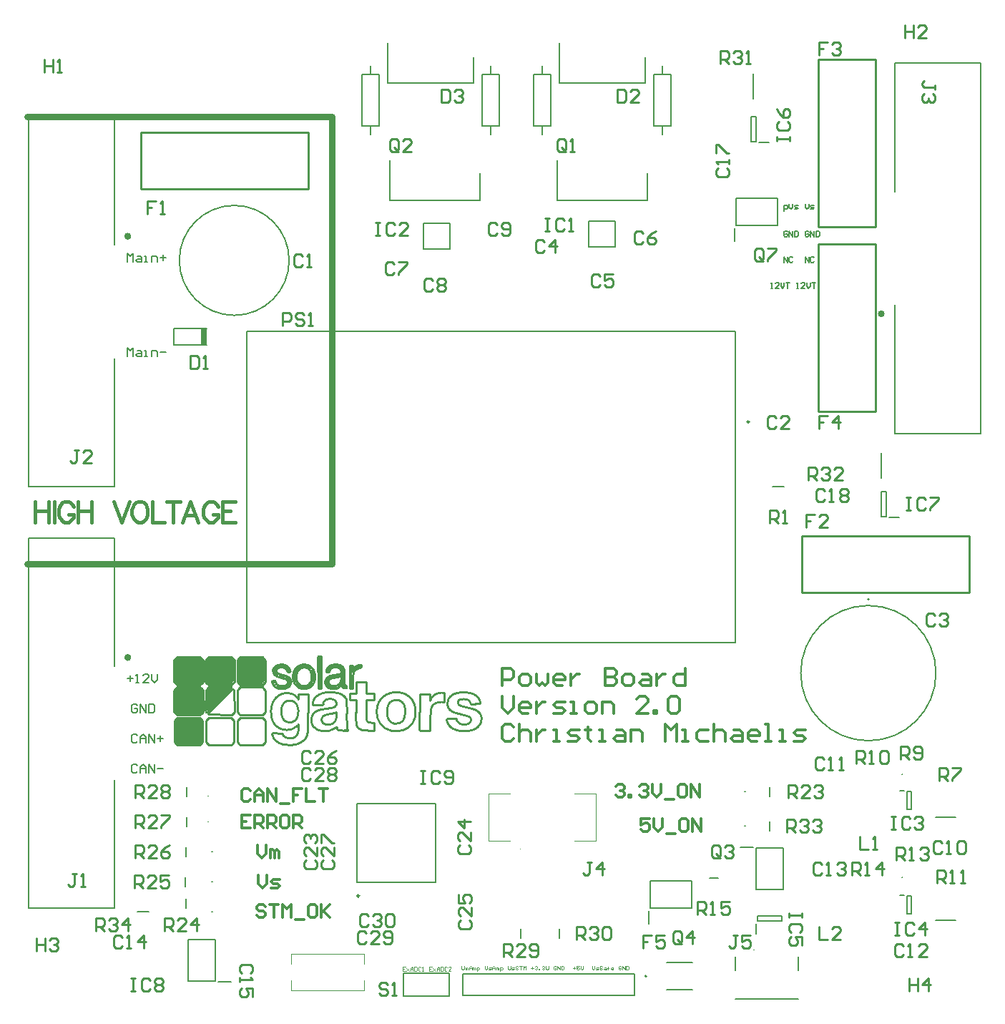
<source format=gto>
G04*
G04 #@! TF.GenerationSoftware,Altium Limited,Altium Designer,20.0.9 (164)*
G04*
G04 Layer_Color=65535*
%FSLAX25Y25*%
%MOIN*%
G70*
G01*
G75*
%ADD10C,0.00787*%
%ADD11C,0.01000*%
%ADD12C,0.00394*%
%ADD13C,0.00984*%
%ADD14C,0.01575*%
%ADD15C,0.00862*%
%ADD16C,0.00500*%
%ADD17C,0.03000*%
%ADD18C,0.00591*%
%ADD19C,0.01400*%
%ADD20C,0.00600*%
%ADD21C,0.00800*%
%ADD22C,0.00400*%
%ADD23C,0.01600*%
%ADD24R,0.01251X0.00765*%
%ADD25R,0.01691X0.01336*%
%ADD26R,0.01074X0.00811*%
%ADD27R,0.01460X0.01390*%
%ADD28R,0.05298X0.01390*%
%ADD29R,0.01375X0.01305*%
%ADD30R,0.01328X0.01375*%
%ADD31R,0.01104X0.01074*%
%ADD32R,0.01120X0.01158*%
%ADD33R,0.05066X0.01336*%
%ADD34R,0.01830X0.05499*%
%ADD35R,0.01315X0.05609*%
%ADD36R,0.01251X0.02031*%
%ADD37R,0.01645X0.01343*%
%ADD38R,0.04046X0.01309*%
%ADD39R,0.00537X0.03148*%
%ADD40R,0.01108X0.04105*%
%ADD41R,0.00949X0.02921*%
%ADD42R,0.02115X0.01108*%
%ADD43R,0.02115X0.00764*%
%ADD44R,0.02392X0.00697*%
%ADD45R,0.02124X0.00848*%
%ADD46R,0.01276X0.01226*%
%ADD47R,0.00462X0.00789*%
%ADD48R,0.01435X0.03676*%
%ADD49R,0.00610X0.00418*%
%ADD50R,0.03341X0.00727*%
%ADD51R,0.00902X0.01386*%
%ADD52R,0.01553X0.01403*%
%ADD53R,0.00819X0.01153*%
%ADD54R,0.01236X0.01495*%
%ADD55R,0.01762X0.00443*%
%ADD56R,0.01837X0.01386*%
%ADD57R,0.01029X0.00749*%
%ADD58R,0.00829X0.01777*%
%ADD59R,0.01488X0.01138*%
%ADD60R,0.02187X0.01256*%
%ADD61R,0.01039X0.10125*%
%ADD62R,0.00689X0.01260*%
%ADD63R,0.01231X0.02117*%
%ADD64R,0.05244X0.01362*%
%ADD65R,0.01399X0.02527*%
%ADD66R,0.02168X0.01421*%
%ADD67R,0.03157X0.01472*%
%ADD68R,0.02197X0.01336*%
%ADD69R,0.01671X0.00882*%
%ADD70R,0.01480X0.03355*%
%ADD71R,0.02184X0.00790*%
%ADD72R,0.03737X0.01158*%
%ADD73R,0.01579X0.01046*%
%ADD74R,0.01573X0.01069*%
%ADD75R,0.04432X0.02093*%
%ADD76R,0.02722X0.02160*%
%ADD77R,0.02010X0.00920*%
%ADD78R,0.00296X0.02000*%
%ADD79R,0.02010X0.00480*%
%ADD80R,0.01186X0.00920*%
%ADD81R,0.01160X0.00840*%
%ADD82R,0.01481X0.01160*%
%ADD83R,0.01001X0.14733*%
%ADD84R,0.00915X0.00638*%
%ADD85R,0.00271X0.01486*%
%ADD86R,0.01448X0.03600*%
%ADD87R,0.01790X0.02815*%
%ADD88R,0.02790X0.01839*%
%ADD89R,0.02327X0.01847*%
%ADD90R,0.09985X0.02181*%
%ADD91R,0.03009X0.03181*%
%ADD92R,0.03351X0.09234*%
%ADD93R,0.02766X0.02266*%
%ADD94R,0.04351X0.02258*%
%ADD95R,0.10424X0.04599*%
%ADD96R,0.02000X0.08000*%
%ADD97R,0.11807X0.11415*%
%ADD98R,0.00991X0.00272*%
%ADD99R,0.04000X0.04000*%
%ADD100R,0.04000X0.02000*%
%ADD101R,0.00205X0.01799*%
%ADD102R,0.02991X0.02272*%
%ADD103R,0.02000X0.02000*%
%ADD104R,0.03704X0.01576*%
%ADD105R,0.01634X0.00772*%
%ADD106R,0.03117X0.00386*%
%ADD107R,0.09727X0.01536*%
%ADD108R,0.02392X0.01662*%
%ADD109R,0.04771X0.07276*%
%ADD110R,0.08013X0.04048*%
%ADD111R,0.01446X0.01705*%
%ADD112R,0.00448X0.01116*%
%ADD113R,0.02720X0.02080*%
%ADD114R,0.00773X0.02048*%
%ADD115R,0.02394X0.04433*%
%ADD116R,0.01212X0.02048*%
%ADD117R,0.10833X0.02434*%
%ADD118R,0.01212X0.01549*%
%ADD119R,0.01591X0.01163*%
%ADD120R,0.02833X0.01935*%
%ADD121R,0.02773X0.01549*%
%ADD122R,0.10394X0.01935*%
%ADD123R,0.12743X0.10825*%
%ADD124R,0.01993X0.02294*%
%ADD125R,0.02678X0.02679*%
%ADD126R,0.09615X0.02679*%
%ADD127R,0.03615X0.02679*%
%ADD128R,0.02372X0.01908*%
%ADD129R,0.02463X0.01418*%
%ADD130R,0.01731X0.01202*%
%ADD131R,0.01441X0.01501*%
%ADD132R,0.02860X0.04101*%
%ADD133R,0.09796X0.02101*%
%ADD134R,0.13152X0.10037*%
%ADD135R,0.11993X0.10052*%
%ADD136R,0.00758X0.01123*%
%ADD137R,0.02549X0.10737*%
%ADD138R,0.03413X0.01895*%
%ADD139R,0.01814X0.01158*%
%ADD140R,0.09436X0.02281*%
%ADD141R,0.02193X0.01509*%
%ADD142R,0.02193X0.01123*%
%ADD143R,0.02193X0.00386*%
%ADD144R,0.02572X0.01123*%
%ADD145R,0.02951X0.04937*%
%ADD146R,0.02951X0.02737*%
%ADD147R,0.11470X0.11938*%
%ADD148R,0.09254X0.04859*%
%ADD149R,0.06526X0.07568*%
%ADD150R,0.03150X0.07480*%
D10*
X122091Y345500D02*
G03*
X122091Y345500I-25591J0D01*
G01*
X334693Y82000D02*
G03*
X334299Y82000I-197J0D01*
G01*
D02*
G03*
X334693Y82000I197J0D01*
G01*
D02*
G03*
X334299Y82000I-197J0D01*
G01*
X85996Y42000D02*
G03*
X86390Y42000I197J0D01*
G01*
D02*
G03*
X85996Y42000I-197J0D01*
G01*
D02*
G03*
X86390Y42000I197J0D01*
G01*
X85996Y56000D02*
G03*
X86390Y56000I197J0D01*
G01*
D02*
G03*
X85996Y56000I-197J0D01*
G01*
D02*
G03*
X86390Y56000I197J0D01*
G01*
X85996Y70000D02*
G03*
X86390Y70000I197J0D01*
G01*
D02*
G03*
X85996Y70000I-197J0D01*
G01*
D02*
G03*
X86390Y70000I197J0D01*
G01*
X334693Y98000D02*
G03*
X334299Y98000I-197J0D01*
G01*
D02*
G03*
X334693Y98000I197J0D01*
G01*
D02*
G03*
X334299Y98000I-197J0D01*
G01*
X288252Y12394D02*
G03*
X288252Y11606I0J-394D01*
G01*
D02*
G03*
X288252Y12394I0J394D01*
G01*
X338695Y24331D02*
G03*
X338695Y24331I-181J0D01*
G01*
X392394Y187685D02*
G03*
X392394Y187685I-394J0D01*
G01*
X407817Y106000D02*
G03*
X407817Y106000I-197J0D01*
G01*
X407835Y58000D02*
G03*
X407835Y58000I-197J0D01*
G01*
X398000Y244134D02*
Y255866D01*
X338500Y420811D02*
Y432543D01*
X168996Y373303D02*
Y392004D01*
Y373303D02*
X211004D01*
Y386000D01*
X246996Y373303D02*
Y392004D01*
Y373303D02*
X289004D01*
Y386000D01*
X423472Y86000D02*
X432528D01*
X423472Y38000D02*
X432528D01*
X203000Y3000D02*
X283000D01*
Y13000D01*
X203000D02*
X283000D01*
X203000Y3000D02*
Y13000D01*
X175409Y2705D02*
X196591D01*
X175409D02*
Y13295D01*
X196591D01*
Y2705D02*
Y13295D01*
X51244Y42000D02*
X56756D01*
X346063Y79933D02*
Y84067D01*
X347244Y240000D02*
X352756D01*
X401740Y225701D02*
X406465D01*
X400362Y226244D02*
Y237756D01*
X398000D02*
X400362D01*
X398000Y226244D02*
Y237756D01*
Y226244D02*
X400362D01*
X289843Y36319D02*
Y42323D01*
X290354Y43701D02*
X309646D01*
Y56299D01*
X290354D02*
X309646D01*
X290354Y43701D02*
Y56299D01*
X74260Y95933D02*
Y100067D01*
Y81933D02*
Y86067D01*
X74000Y67933D02*
Y72067D01*
X73740Y53933D02*
Y58067D01*
X74000Y43933D02*
Y48067D01*
X346063Y95933D02*
Y100067D01*
X248000Y29933D02*
Y34067D01*
X230000Y29933D02*
Y34067D01*
X298095Y18378D02*
X309906D01*
X298095Y5622D02*
X309906D01*
X317933Y57740D02*
X322067D01*
X332319Y72158D02*
X338323D01*
X339701Y52354D02*
Y71646D01*
Y52354D02*
X352299D01*
Y71646D01*
X339701D02*
X352299D01*
X340244Y37898D02*
Y40260D01*
X351756D01*
Y37898D02*
Y40260D01*
X340244Y37898D02*
X351756D01*
X339701Y31795D02*
Y36520D01*
X329939Y1535D02*
X359467D01*
X329939Y14815D02*
Y21220D01*
X359467Y14815D02*
Y21220D01*
X89000Y9342D02*
X95004D01*
X87622Y9854D02*
Y29146D01*
X75024D02*
X87622D01*
X75024Y9854D02*
Y29146D01*
Y9854D02*
X87622D01*
X329842Y354319D02*
Y360323D01*
X330354Y361701D02*
X349646D01*
Y374299D01*
X330354D02*
X349646D01*
X330354Y361701D02*
Y374299D01*
X153693Y55693D02*
Y92307D01*
X190307D01*
Y55693D02*
Y92307D01*
X153693Y55693D02*
X190307D01*
X248000Y428150D02*
Y446654D01*
Y428150D02*
X288000D01*
Y440000D01*
X168000Y428150D02*
Y446654D01*
Y428150D02*
X208000D01*
Y440000D01*
X337319Y400921D02*
X339681D01*
X337319D02*
Y412433D01*
X339681D01*
Y400921D02*
Y412433D01*
X341059Y400378D02*
X345783D01*
X102189Y312441D02*
X330142D01*
Y167559D02*
Y312441D01*
X102189Y167559D02*
X330142D01*
X102189D02*
Y312441D01*
X68323Y306260D02*
Y313740D01*
X83677D01*
X68323Y306260D02*
X83677D01*
X410016Y49445D02*
X411984D01*
Y41177D02*
Y49445D01*
X410016Y41177D02*
X411984D01*
X410016D02*
Y49445D01*
X406768Y49839D02*
X408638D01*
X410032Y98134D02*
X412000D01*
Y89866D02*
Y98134D01*
X410032Y89866D02*
X412000D01*
X410032D02*
Y98134D01*
X406783Y98528D02*
X408653D01*
X212000Y432000D02*
X220000D01*
Y408000D02*
Y432000D01*
X212000Y408000D02*
X220000D01*
X212000D02*
Y432000D01*
X216000D02*
Y436000D01*
Y404000D02*
Y408000D01*
X156000D02*
X164000D01*
X156000D02*
Y432000D01*
X164000D01*
Y408000D02*
Y432000D01*
X160000Y404000D02*
Y408000D01*
Y432000D02*
Y436000D01*
X292000Y432000D02*
X300000D01*
Y408000D02*
Y432000D01*
X292000Y408000D02*
X300000D01*
X292000D02*
Y432000D01*
X296000D02*
Y436000D01*
Y404000D02*
Y408000D01*
X236000D02*
X244000D01*
X236000D02*
Y432000D01*
X244000D01*
Y408000D02*
Y432000D01*
X240000Y404000D02*
Y408000D01*
Y432000D02*
Y436000D01*
D11*
X124583Y139762D02*
G03*
X124152Y140008I-2104J-3179D01*
G01*
Y140008D02*
G03*
X123745Y140160I-981J-2009D01*
G01*
D02*
G03*
X123262Y140247I-785J-2955D01*
G01*
D02*
G03*
X122576Y140295I-1127J-11351D01*
G01*
D02*
G03*
X121550Y140272I-328J-8472D01*
G01*
Y140272D02*
G03*
X120815Y140101I212J-2568D01*
G01*
X120815Y140101D02*
G03*
X120200Y139735I824J-2086D01*
G01*
D02*
G03*
X119562Y139104I3477J-4153D01*
G01*
D02*
G03*
X118917Y138104I3351J-2869D01*
G01*
D02*
G03*
X118516Y136908I5046J-2360D01*
G01*
D02*
G03*
X118373Y135562I6304J-1347D01*
G01*
D02*
G03*
X118498Y134122I8382J-2D01*
G01*
D02*
G03*
X118830Y132796I9236J1608D01*
G01*
D02*
G03*
X119315Y131800I3902J1286D01*
G01*
D02*
G03*
X119991Y131068I2654J1772D01*
G01*
D02*
G03*
X120891Y130538I2381J3015D01*
G01*
D02*
G03*
X122057Y130269I1371J3281D01*
G01*
D02*
G03*
X123291Y130387I234J4058D01*
G01*
D02*
G03*
X124438Y130873I-1012J3989D01*
G01*
D02*
G03*
X125356Y131671I-1963J3185D01*
G01*
D02*
G03*
X126262Y133545I-3347J2774D01*
G01*
D02*
G03*
X126400Y135990I-7920J1675D01*
G01*
X126400D02*
G03*
X125809Y138296I-7637J-730D01*
G01*
X125809D02*
G03*
X124583Y139762I-3071J-1323D01*
G01*
X119568Y143778D02*
G03*
X119050Y143663I799J-4837D01*
G01*
X120156Y143851D02*
G03*
X119568Y143778I648J-7559D01*
G01*
X120799Y143883D02*
G03*
X120156Y143851I119J-8918D01*
G01*
X121484Y143872D02*
G03*
X120799Y143883I-532J-11427D01*
G01*
X122794Y143720D02*
G03*
X121484Y143872I-1758J-9447D01*
G01*
X123868Y143394D02*
G03*
X122794Y143720I-2004J-4672D01*
G01*
X124786Y142863D02*
G03*
X123868Y143394I-2674J-3562D01*
G01*
X125625Y142095D02*
G03*
X124786Y142863I-4351J-3912D01*
G01*
X130906Y128398D02*
G03*
X130929Y134617I-841328J6220D01*
G01*
X130789Y125843D02*
G03*
X130906Y128398I-33183J2801D01*
G01*
X130511Y124325D02*
G03*
X130789Y125843I-7643J2187D01*
G01*
X129956Y123086D02*
G03*
X130511Y124325I-4050J2557D01*
G01*
X129120Y122070D02*
G03*
X129956Y123086I-3590J3810D01*
G01*
X127961Y121161D02*
G03*
X129120Y122070I-4439J6849D01*
G01*
X126595Y120435D02*
G03*
X127961Y121161I-3511J8252D01*
G01*
X125137Y119963D02*
G03*
X126595Y120435I-1915J8398D01*
G01*
X123718Y119763D02*
G03*
X125137Y119963I-478J8521D01*
G01*
X121891Y119736D02*
G03*
X123718Y119763I585J22164D01*
G01*
X120092Y119857D02*
G03*
X121891Y119736I2379J21849D01*
G01*
X118777Y120131D02*
G03*
X120092Y119857I2067J6637D01*
G01*
X117227Y120772D02*
G03*
X118777Y120131I4316J8237D01*
G01*
X115955Y121641D02*
G03*
X117227Y120772I4342J4991D01*
G01*
X115015Y122699D02*
G03*
X115955Y121641I4569J3113D01*
G01*
X114440Y123903D02*
G03*
X115015Y122699I4195J1262D01*
G01*
X114223Y124781D02*
G03*
X114440Y123903I8959J1753D01*
G01*
X114352Y125079D02*
G03*
X114223Y124781I153J-243D01*
G01*
X114770Y125204D02*
G03*
X114352Y125079I14J-813D01*
G01*
X116534Y125219D02*
G03*
X114770Y125204I0J-98728D01*
G01*
X119066Y124725D02*
G03*
X119547Y123932I2395J911D01*
G01*
D02*
G03*
X120283Y123353I1988J1769D01*
G01*
X120283D02*
G03*
X121278Y123002I1648J3092D01*
G01*
X121278Y123002D02*
G03*
X122520Y122883I1264J6656D01*
G01*
Y122883D02*
G03*
X123515Y122940I27J8300D01*
G01*
Y122940D02*
G03*
X124269Y123126I-364J3100D01*
G01*
D02*
G03*
X124892Y123472I-904J2358D01*
G01*
D02*
G03*
X125477Y124018I-2413J3179D01*
G01*
Y124018D02*
G03*
X125944Y124684I-2786J2446D01*
G01*
X125944Y124684D02*
G03*
X126231Y125410I-2778J1520D01*
G01*
D02*
G03*
X126383Y126344I-4935J1278D01*
G01*
X126383Y126344D02*
G03*
X126428Y127690I-20074J1358D01*
G01*
X123669Y127193D02*
G03*
X125701Y128561I-1861J4957D01*
G01*
X121025Y126712D02*
G03*
X123669Y127193I-7J7544D01*
G01*
X118292Y127186D02*
G03*
X121025Y126712I2726J7596D01*
G01*
X116010Y128552D02*
G03*
X118292Y127186I4599J5090D01*
G01*
X115375Y129264D02*
G03*
X116010Y128552I3605J2576D01*
G01*
X114774Y130230D02*
G03*
X115375Y129264I7832J4201D01*
G01*
X114270Y131327D02*
G03*
X114774Y130230I9152J3542D01*
G01*
X113927Y132436D02*
G03*
X114270Y131327I8209J1935D01*
G01*
X113738Y133603D02*
G03*
X113927Y132436I8284J741D01*
G01*
X113662Y135069D02*
G03*
X113738Y133603I19525J275D01*
G01*
X113696Y136529D02*
G03*
X113662Y135069I19397J-1187D01*
G01*
X113853Y137676D02*
G03*
X113696Y136529I7602J-1621D01*
G01*
X114563Y139756D02*
G03*
X113853Y137676I8373J-4018D01*
G01*
X115722Y141521D02*
G03*
X114563Y139756I5980J-5190D01*
G01*
X117252Y142851D02*
G03*
X115722Y141521I3954J-6090D01*
G01*
X119049Y143663D02*
G03*
X117252Y142851I1751J-6278D01*
G01*
X191738Y143912D02*
G03*
X191278Y143772I1121J-4484D01*
G01*
X192232Y144012D02*
G03*
X191738Y143912I854J-5491D01*
G01*
X192732Y144067D02*
G03*
X192232Y144012I350J-5518D01*
G01*
X193209Y144072D02*
G03*
X192732Y144067I-193J-4490D01*
G01*
X193335Y139728D02*
G03*
X191770Y139710I-711J-6048D01*
G01*
Y139710D02*
G03*
X190369Y139281I659J-4652D01*
G01*
D02*
G03*
X189225Y138466I1872J-3838D01*
G01*
D02*
G03*
X188408Y137325I3015J-3023D01*
G01*
X184538Y126429D02*
G03*
X185441Y126444I-823J73771D01*
G01*
X183765Y126428D02*
G03*
X184538Y126429I331J39657D01*
G01*
X183093Y126435D02*
G03*
X183765Y126428I1744J128588D01*
G01*
X183024Y126464D02*
G03*
X183093Y126435I71J70D01*
G01*
X182993Y126538D02*
G03*
X183024Y126464I105J1D01*
G01*
X182948Y131861D02*
G03*
X182993Y126538I513967J1679D01*
G01*
X182949Y135059D02*
G03*
X182955Y131787I1000039J-1D01*
G01*
X188658Y141976D02*
G03*
X188008Y141059I5679J-4711D01*
G01*
X189402Y142720D02*
G03*
X188658Y141976I3620J-4363D01*
G01*
X190267Y143311D02*
G03*
X189402Y142720I2722J-4914D01*
G01*
X191278Y143772D02*
G03*
X190267Y143311I2431J-6676D01*
G01*
X202526Y144270D02*
G03*
X200618Y144023I498J-11338D01*
G01*
X204649Y144229D02*
G03*
X202526Y144270I-1388J-16676D01*
G01*
X206651Y143930D02*
G03*
X204649Y144229I-3297J-15256D01*
G01*
X208175Y143394D02*
G03*
X206651Y143930I-2888J-5773D01*
G01*
X209028Y142864D02*
G03*
X208175Y143394I-3286J-4335D01*
G01*
X209805Y142167D02*
G03*
X209028Y142864I-4607J-4355D01*
G01*
X210436Y141376D02*
G03*
X209805Y142167I-4982J-3322D01*
G01*
X210851Y140563D02*
G03*
X210436Y141376I-3722J-1393D01*
G01*
X211221Y139455D02*
G03*
X210851Y140563I-15503J-4554D01*
G01*
X211117Y139092D02*
G03*
X211221Y139455I-237J264D01*
G01*
X210697Y138925D02*
G03*
X211117Y139092I-16J654D01*
G01*
X209004Y138906D02*
G03*
X210697Y138925I180J60748D01*
G01*
X206439Y139671D02*
G03*
X205980Y140338I-2300J-1092D01*
G01*
D02*
G03*
X205352Y140793I-1556J-1486D01*
G01*
D02*
G03*
X204503Y141052I-1281J-2682D01*
G01*
D02*
G03*
X203379Y141132I-1102J-7491D01*
G01*
D02*
G03*
X202048Y140997I20J-6792D01*
G01*
D02*
G03*
X201154Y140580I421J-2071D01*
G01*
D02*
G03*
X200744Y139921I716J-901D01*
G01*
D02*
G03*
X200796Y139080I1524J-328D01*
G01*
D02*
G03*
X201134Y138572I1156J403D01*
G01*
D02*
G03*
X201756Y138154I1797J2001D01*
G01*
D02*
G03*
X202754Y137771I2702J5562D01*
G01*
Y137771D02*
G03*
X204325Y137365I8515J29702D01*
G01*
X207142Y136674D02*
G03*
X204325Y137365I-25872J-99264D01*
G01*
X208745Y136144D02*
G03*
X207142Y136674I-4910J-12163D01*
G01*
X209820Y135567D02*
G03*
X208745Y136144I-3188J-4655D01*
G01*
X210714Y134786D02*
G03*
X209820Y135567I-3746J-3384D01*
G01*
X211346Y133849D02*
G03*
X210714Y134786I-3612J-1755D01*
G01*
X211686Y132780D02*
G03*
X211346Y133849I-3840J-632D01*
G01*
X211723Y131578D02*
G03*
X211686Y132780I-4534J462D01*
G01*
X211461Y130247D02*
G03*
X211723Y131578I-7016J2073D01*
G01*
X210994Y129251D02*
G03*
X211461Y130247I-3045J2034D01*
G01*
X210184Y128260D02*
G03*
X210994Y129251I-4704J4674D01*
G01*
X209172Y127418D02*
G03*
X210184Y128260I-3928J5750D01*
G01*
X208100Y126865D02*
G03*
X209172Y127418I-1707J4620D01*
G01*
X205717Y126274D02*
G03*
X208100Y126865I-1467J11017D01*
G01*
X203076Y126159D02*
G03*
X205717Y126274I679J14845D01*
G01*
X200529Y126510D02*
G03*
X203076Y126159I3193J13787D01*
G01*
X198428Y127307D02*
G03*
X200529Y126510I3978J7308D01*
G01*
X197286Y128130D02*
G03*
X198428Y127307I3820J4097D01*
G01*
X196362Y129226D02*
G03*
X197286Y128130I5027J3305D01*
G01*
X195756Y130459D02*
G03*
X196362Y129226I5229J1806D01*
G01*
X195549Y131687D02*
G03*
X195756Y130459I3763J0D01*
G01*
X200160Y131396D02*
G03*
X200523Y130685I2638J900D01*
G01*
X200523D02*
G03*
X201080Y130089I2484J1759D01*
G01*
X201080D02*
G03*
X201801Y129639I2101J2568D01*
G01*
X201801D02*
G03*
X202646Y129362I1653J3614D01*
G01*
D02*
G03*
X204202Y129262I1131J5447D01*
G01*
D02*
G03*
X205589Y129625I-307J4012D01*
G01*
Y129625D02*
G03*
X206542Y130363I-1142J2458D01*
G01*
D02*
G03*
X206889Y131333I-1181J970D01*
G01*
D02*
G03*
X206641Y132202I-1646J-0D01*
G01*
X206641D02*
G03*
X205965Y132839I-1543J-960D01*
G01*
X205965D02*
G03*
X204586Y133396I-3131J-5764D01*
G01*
D02*
G03*
X201736Y134132I-22167J-80005D01*
G01*
X200685Y134401D02*
G03*
X201736Y134132I9230J33917D01*
G01*
X199659Y134698D02*
G03*
X200685Y134401I9725J31666D01*
G01*
X198781Y134983D02*
G03*
X199659Y134698I9555J27972D01*
G01*
X198283Y135193D02*
G03*
X198781Y134983I1747J3449D01*
G01*
X197548Y135650D02*
G03*
X198283Y135193I2959J3932D01*
G01*
X196908Y136228D02*
G03*
X197548Y135650I3565J3308D01*
G01*
X196406Y136881D02*
G03*
X196908Y136228I3753J2364D01*
G01*
X196086Y137560D02*
G03*
X196406Y136881I2937J970D01*
G01*
X195946Y138314D02*
G03*
X196086Y137560I2829J133D01*
G01*
X195960Y139327D02*
G03*
X195946Y138314I8350J-618D01*
G01*
X196097Y140340D02*
G03*
X195960Y139327I8279J-1636D01*
G01*
X196348Y141100D02*
G03*
X196097Y140340I2924J-1388D01*
G01*
X197010Y142100D02*
G03*
X196348Y141100I3169J-2817D01*
G01*
X197957Y142934D02*
G03*
X197010Y142100I2932J-4283D01*
G01*
X199170Y143580D02*
G03*
X197957Y142934I2308J-5790D01*
G01*
X200618Y144023D02*
G03*
X199170Y143580I1940J-8940D01*
G01*
X173878Y140330D02*
G03*
X173466Y140496I-1408J-2908D01*
G01*
D02*
G03*
X173020Y140611I-1149J-3547D01*
G01*
D02*
G03*
X172524Y140677I-844J-4396D01*
G01*
D02*
G03*
X171958Y140699I-565J-7255D01*
G01*
D02*
G03*
X170242Y140394I1J-4984D01*
G01*
D02*
G03*
X168961Y139523I1097J-2990D01*
G01*
X168961D02*
G03*
X168123Y138041I3003J-2676D01*
G01*
X168123D02*
G03*
X167714Y135936I9366J-2912D01*
G01*
D02*
G03*
X167727Y134124I10127J-836D01*
G01*
D02*
G03*
X168079Y132530I6700J647D01*
G01*
D02*
G03*
X168750Y131235I4979J1758D01*
G01*
D02*
G03*
X169702Y130304I3024J2142D01*
G01*
D02*
G03*
X170231Y129981I3954J5866D01*
G01*
Y129981D02*
G03*
X170637Y129816I891J1609D01*
G01*
X170637Y129816D02*
G03*
X171099Y129741I588J2151D01*
G01*
D02*
G03*
X171843Y129719I744J13153D01*
G01*
D02*
G03*
X173787Y130058I-0J5757D01*
G01*
Y130058D02*
G03*
X175136Y131029I-1018J2836D01*
G01*
Y131029D02*
G03*
X175918Y132717I-3156J2486D01*
G01*
D02*
G03*
X176168Y135209I-12292J2492D01*
G01*
Y135210D02*
G03*
X176039Y137116I-14072J0D01*
G01*
D02*
G03*
X175631Y138541I-5178J-708D01*
G01*
X175631D02*
G03*
X174919Y139584I-3245J-1451D01*
G01*
X174919Y139584D02*
G03*
X173878Y140330I-2680J-2639D01*
G01*
X170549Y144208D02*
G03*
X169409Y144019I708J-7816D01*
G01*
X171921Y144272D02*
G03*
X170549Y144208I26J-15495D01*
G01*
X173296Y144213D02*
G03*
X171921Y144272I-1349J-15485D01*
G01*
X174448Y144028D02*
G03*
X173296Y144213I-1852J-7855D01*
G01*
X175577Y143687D02*
G03*
X174448Y144028I-3325J-8971D01*
G01*
X176599Y143223D02*
G03*
X175577Y143687I-3751J-6899D01*
G01*
X177547Y142616D02*
G03*
X176599Y143223I-4720J-6333D01*
G01*
X178455Y141850D02*
G03*
X177547Y142616I-6770J-7097D01*
G01*
X179590Y140512D02*
G03*
X178455Y141850I-6889J-4695D01*
G01*
X180369Y139015D02*
G03*
X179590Y140512I-6682J-2526D01*
G01*
X180817Y137276D02*
G03*
X180369Y139015I-8160J-1176D01*
G01*
X180965Y135210D02*
G03*
X180817Y137276I-14485J0D01*
G01*
X180946Y134449D02*
G03*
X180965Y135209I-15299J760D01*
G01*
X180890Y133654D02*
G03*
X180946Y134449I-18429J1714D01*
G01*
X180807Y132937D02*
G03*
X180890Y133654I-16429J2253D01*
G01*
X180708Y132443D02*
G03*
X180807Y132937I-3929J1046D01*
G01*
X179643Y129990D02*
G03*
X180708Y132443I-7617J4764D01*
G01*
X177937Y128074D02*
G03*
X179643Y129990I-4778J5971D01*
G01*
X175651Y126792D02*
G03*
X177937Y128074I-2731J7553D01*
G01*
X172893Y126190D02*
G03*
X175651Y126792I-885J10675D01*
G01*
X169562Y126404D02*
G03*
X172893Y126190I2389J11155D01*
G01*
X166694Y127592D02*
G03*
X169562Y126404I4666J7210D01*
G01*
X164532Y129666D02*
G03*
X166694Y127592I6467J4578D01*
G01*
X163231Y132443D02*
G03*
X164532Y129666I8371J2228D01*
G01*
X163132Y132937D02*
G03*
X163231Y132443I4029J552D01*
G01*
X163049Y133654D02*
G03*
X163132Y132937I16512J1535D01*
G01*
X162993Y134449D02*
G03*
X163049Y133654I18486J918D01*
G01*
X162974Y135209D02*
G03*
X162993Y134449I15317J0D01*
G01*
Y135969D02*
G03*
X162974Y135209I15299J-760D01*
G01*
X163049Y136765D02*
G03*
X162993Y135969I18429J-1713D01*
G01*
X163132Y137482D02*
G03*
X163049Y136765I16429J-2253D01*
G01*
X163231Y137976D02*
G03*
X163132Y137482I3929J-1046D01*
G01*
X164100Y140078D02*
G03*
X163231Y137976I7481J-4325D01*
G01*
X165481Y141856D02*
G03*
X164100Y140078I5802J-5930D01*
G01*
X167289Y143197D02*
G03*
X165481Y141856I3991J-7269D01*
G01*
X169409Y144020D02*
G03*
X167289Y143197I2032J-8383D01*
G01*
X144186Y133421D02*
G03*
X144247Y134418I-32882J2527D01*
G01*
D02*
G03*
X144191Y134781I-930J43D01*
G01*
D02*
G03*
X144021Y134880I-145J-53D01*
G01*
D02*
G03*
X143694Y134762I162J-954D01*
G01*
X143492Y134680D02*
G03*
X143694Y134762I-179J733D01*
G01*
X142871Y134534D02*
G03*
X143492Y134680I-7556J33615D01*
G01*
X142123Y134377D02*
G03*
X142871Y134534I-5495J27932D01*
G01*
X141291Y134221D02*
G03*
X142123Y134377I-7438J42188D01*
G01*
X141291Y134221D02*
G03*
X140429Y134052I3976J-22550D01*
G01*
D02*
G03*
X139590Y133853I4487J-20761D01*
G01*
D02*
G03*
X138875Y133653I4739J-18293D01*
G01*
Y133653D02*
G03*
X138475Y133492I697J-2311D01*
G01*
X138475Y133492D02*
G03*
X137764Y132939I1085J-2126D01*
G01*
D02*
G03*
X137334Y132176I1612J-1412D01*
G01*
D02*
G03*
X137243Y131302I2055J-653D01*
G01*
X137243D02*
G03*
X137503Y130433I2419J249D01*
G01*
D02*
G03*
X137905Y129911I1650J853D01*
G01*
D02*
G03*
X138469Y129554I1300J1434D01*
G01*
Y129554D02*
G03*
X139244Y129351I1142J2776D01*
G01*
Y129351D02*
G03*
X140289Y129287I1046J8491D01*
G01*
D02*
G03*
X141277Y129341I0J9174D01*
G01*
D02*
G03*
X141996Y129511I-319J2943D01*
G01*
Y129511D02*
G03*
X142597Y129839I-852J2275D01*
G01*
Y129839D02*
G03*
X143203Y130378I-2824J3785D01*
G01*
Y130378D02*
G03*
X143623Y130921I-2518J2383D01*
G01*
Y130921D02*
G03*
X143892Y131498I-2189J1371D01*
G01*
D02*
G03*
X144063Y132257I-4128J1333D01*
G01*
D02*
G03*
X144186Y133421I-20702J2764D01*
G01*
X139924Y144231D02*
G03*
X138807Y144125I63J-6602D01*
G01*
X141828Y144212D02*
G03*
X139924Y144231I-1432J-49172D01*
G01*
X143736Y144119D02*
G03*
X141828Y144212I-3311J-48090D01*
G01*
X144906Y143947D02*
G03*
X143736Y144119I-1698J-7501D01*
G01*
X145868Y143631D02*
G03*
X144906Y143947I-2143J-4899D01*
G01*
X146835Y143118D02*
G03*
X145868Y143631I-3878J-6144D01*
G01*
X147684Y142485D02*
G03*
X146835Y143118I-4522J-5185D01*
G01*
X148293Y141809D02*
G03*
X147684Y142485I-3084J-2163D01*
G01*
X148947Y134429D02*
G03*
X149005Y131572I334186J5434D01*
G01*
X149005D02*
G03*
X149080Y129385I116727J2896D01*
G01*
X149080D02*
G03*
X149165Y127711I122853J5353D01*
G01*
D02*
G03*
X149262Y127201I1987J114D01*
G01*
X149341Y126959D02*
G03*
X149262Y127201I-5025040J-1659254D01*
G01*
X149408Y126756D02*
G03*
X149341Y126959I-2540659J-838773D01*
G01*
X149470Y126571D02*
G03*
X149469Y126572I-14J-4D01*
G01*
X149469Y126570D02*
G03*
X149470Y126571I0J0D01*
G01*
X147972Y126603D02*
G03*
X148756Y126586I57629J2579761D01*
G01*
X144497Y127389D02*
G03*
X144450Y127662I-10845J-1734D01*
G01*
D02*
G03*
X144402Y127891I-5593J-1039D01*
G01*
D02*
G03*
X144357Y128082I-11309J-2587D01*
G01*
X144357D02*
G03*
X144334Y128099I-22J-6D01*
G01*
D02*
G03*
X144300Y128089I0J-65D01*
G01*
D02*
G03*
X144026Y127915I47014J-74131D01*
G01*
X144026Y127915D02*
G03*
X143714Y127713I13943J-21807D01*
G01*
X143714Y127713D02*
G03*
X143354Y127472I26259J-39798D01*
G01*
X140716Y126347D02*
G03*
X143354Y127472I-1623J7457D01*
G01*
X137679Y126179D02*
G03*
X140716Y126347I997J9540D01*
G01*
X134947Y126951D02*
G03*
X137679Y126179I3597J7508D01*
G01*
X133186Y128535D02*
G03*
X134947Y126951I3578J2208D01*
G01*
X132888Y129080D02*
G03*
X133186Y128535I5376J2589D01*
G01*
X132722Y129541D02*
G03*
X132888Y129080I2296J564D01*
G01*
X132631Y130100D02*
G03*
X132722Y129541I3516J283D01*
G01*
X132576Y131016D02*
G03*
X132631Y130100I22447J888D01*
G01*
X132557Y131954D02*
G03*
X132576Y131016I24624J35D01*
G01*
X132602Y132512D02*
G03*
X132557Y131954I3411J-553D01*
G01*
X132731Y132990D02*
G03*
X132602Y132512I2244J-862D01*
G01*
X132995Y133596D02*
G03*
X132731Y132990I6741J-3298D01*
G01*
X133475Y134359D02*
G03*
X132995Y133596I3324J-2624D01*
G01*
X134099Y134990D02*
G03*
X133475Y134359I2495J-3093D01*
G01*
X134891Y135503D02*
G03*
X134099Y134990I2075J-4069D01*
G01*
X135874Y135918D02*
G03*
X134891Y135503I2375J-6997D01*
G01*
X136575Y136118D02*
G03*
X135874Y135918I1638J-7090D01*
G01*
X137488Y136305D02*
G03*
X136575Y136118I3414J-18920D01*
G01*
X138904Y136542D02*
G03*
X137488Y136305I8433J-54818D01*
G01*
X141566Y136945D02*
G03*
X138904Y136542I86787J-581851D01*
G01*
X141566Y136945D02*
G03*
X142855Y137252I-1140J7645D01*
G01*
D02*
G03*
X143680Y137742I-703J2124D01*
G01*
D02*
G03*
X144087Y138434I-971J1039D01*
G01*
D02*
G03*
X144126Y139339I-2172J547D01*
G01*
D02*
G03*
X143877Y140009I-1819J-295D01*
G01*
D02*
G03*
X143386Y140553I-1719J-1058D01*
G01*
D02*
G03*
X142672Y140938I-1552J-2022D01*
G01*
D02*
G03*
X141773Y141144I-1385J-3980D01*
G01*
D02*
G03*
X140405Y141145I-685J-5901D01*
G01*
Y141145D02*
G03*
X139264Y140805I397J-3424D01*
G01*
Y140805D02*
G03*
X138422Y140148I1196J-2400D01*
G01*
D02*
G03*
X137917Y139222I1941J-1659D01*
G01*
X133174Y139689D02*
G03*
X133093Y139124I2031J-578D01*
G01*
X133425Y140410D02*
G03*
X133174Y139689I6100J-2530D01*
G01*
X133778Y141140D02*
G03*
X133425Y140410I6213J-3453D01*
G01*
X134179Y141743D02*
G03*
X133778Y141140I3579J-2816D01*
G01*
X134984Y142533D02*
G03*
X134179Y141743I2676J-3528D01*
G01*
X136072Y143219D02*
G03*
X134984Y142533I3396J-6596D01*
G01*
X137370Y143761D02*
G03*
X136072Y143219I2753J-8415D01*
G01*
X138807Y144125D02*
G03*
X137370Y143761I1943J-10692D01*
G01*
X92205Y142201D02*
G03*
X90000Y140000I874944J-879030D01*
G01*
X95802Y145752D02*
G03*
X92205Y142201I444447J-453684D01*
G01*
X95814Y145739D02*
G03*
X95761Y145718I0J-76D01*
G01*
X95860Y145726D02*
G03*
X95814Y145739I-46J-68D01*
G01*
X95965Y145652D02*
G03*
X95860Y145726I-1664J-2268D01*
G01*
X96089Y145556D02*
G03*
X95965Y145652I-1680J-2026D01*
G01*
X96220Y145441D02*
G03*
X96089Y145556I-2710J-2995D01*
G01*
X96410Y145106D02*
G03*
X96220Y145441I-601J-120D01*
G01*
X96499Y144426D02*
G03*
X96410Y145106I-5130J-321D01*
G01*
X96541Y143183D02*
G03*
X96499Y144426I-21830J-122D01*
G01*
X96549Y140184D02*
G03*
X96541Y143183I-537510J-0D01*
G01*
X87393Y133870D02*
G03*
X89864Y133859I2471J286286D01*
G01*
X85755Y133907D02*
G03*
X87393Y133870I2144J58542D01*
G01*
X84556Y133960D02*
G03*
X85755Y133907I4236J82859D01*
G01*
X84387Y134060D02*
G03*
X84556Y133960I180J111D01*
G01*
X84402Y134217D02*
G03*
X84387Y134060I95J-89D01*
G01*
X85899Y135807D02*
G03*
X84402Y134217I396342J-374543D01*
G01*
X87699Y137676D02*
G03*
X85899Y135807I99242J-97353D01*
G01*
X90000Y140000D02*
G03*
X87699Y137676I245471J-245382D01*
G01*
X92816Y146810D02*
G03*
X89905Y146819I-2911J-469158D01*
G01*
X94201Y146770D02*
G03*
X92816Y146810I-1572J-30069D01*
G01*
X95009Y146697D02*
G03*
X94201Y146770I-1373J-10720D01*
G01*
X95299Y146537D02*
G03*
X95009Y146697I-348J-289D01*
G01*
X95300Y146235D02*
G03*
X95299Y146537I-183J151D01*
G01*
X94471Y145283D02*
G03*
X95300Y146235I-18563J16990D01*
G01*
X92991Y143728D02*
G03*
X94471Y145283I-38976J38583D01*
G01*
X89704Y140424D02*
G03*
X92991Y143728I-674989J674749D01*
G01*
X86079Y136812D02*
G03*
X89704Y140424I-944733J951632D01*
G01*
X84684Y135492D02*
G03*
X86079Y136812I-26427J29345D01*
G01*
X83903Y134864D02*
G03*
X84684Y135492I-5258J7335D01*
G01*
X83552Y134884D02*
G03*
X83903Y134864I188J207D01*
G01*
X83366Y135216D02*
G03*
X83552Y134884I585J108D01*
G01*
X83280Y135921D02*
G03*
X83366Y135216I5774J348D01*
G01*
X83238Y137197D02*
G03*
X83280Y135921I23360J130D01*
G01*
X83229Y140226D02*
G03*
X83238Y137197I543521J0D01*
G01*
X158146Y135756D02*
G03*
X158213Y131792I319244J3432D01*
G01*
D02*
G03*
X158411Y130761I3178J74D01*
G01*
D02*
G03*
X158939Y130298I692J257D01*
G01*
Y130298D02*
G03*
X160231Y130137I1444J6337D01*
G01*
X156900Y126611D02*
G03*
X158829Y126574I2011J54145D01*
G01*
X155866Y126750D02*
G03*
X156900Y126611I1234J5248D01*
G01*
X155120Y127055D02*
G03*
X155866Y126750I1335J2200D01*
G01*
X154357Y127626D02*
G03*
X155120Y127055I3331J3662D01*
G01*
X153765Y128375D02*
G03*
X154357Y127626I2562J1417D01*
G01*
X153468Y129253D02*
G03*
X153765Y128375I2574J381D01*
G01*
X153342Y130763D02*
G03*
X153468Y129253I11898J233D01*
G01*
X153281Y134894D02*
G03*
X153342Y130763I434572J4360D01*
G01*
X154375Y156909D02*
G03*
X154059Y156813I818J-3247D01*
G01*
X154727Y156984D02*
G03*
X154375Y156909I808J-4678D01*
G01*
X155062Y157028D02*
G03*
X154727Y156984I411J-4359D01*
G01*
X155319Y157031D02*
G03*
X155062Y157028I-116J-1512D01*
G01*
X155626Y156986D02*
G03*
X155319Y157031I-478J-2192D01*
G01*
X155773Y156895D02*
G03*
X155626Y156986I-202J-163D01*
G01*
X155842Y156725D02*
G03*
X155773Y156895I-317J-30D01*
G01*
X155859Y156364D02*
G03*
X155842Y156725I-3792J-0D01*
G01*
X155826Y155978D02*
G03*
X155859Y156364I-2239J386D01*
G01*
X155711Y155781D02*
G03*
X155826Y155978I-204J252D01*
G01*
X155453Y155645D02*
G03*
X155711Y155781I-213J716D01*
G01*
X154723Y155441D02*
G03*
X155453Y155645I-5817J22245D01*
G01*
X154723Y155441D02*
G03*
X154210Y155283I1518J-5807D01*
G01*
D02*
G03*
X153741Y155086I1645J-4575D01*
G01*
Y155086D02*
G03*
X153340Y154863I1746J-3616D01*
G01*
X153340Y154863D02*
G03*
X153035Y154627I1085J-1715D01*
G01*
X153035D02*
G03*
X152430Y153893I2580J-2744D01*
G01*
D02*
G03*
X152093Y153092I2249J-1420D01*
G01*
X152093D02*
G03*
X151916Y151890I6662J-1593D01*
G01*
X151916D02*
G03*
X151814Y149519I83019J-4744D01*
G01*
X152926Y156081D02*
G03*
X152583Y155756I2858J-3359D01*
G01*
X153329Y156396D02*
G03*
X152926Y156081I3556J-4968D01*
G01*
X153730Y156658D02*
G03*
X153329Y156396I2858J-4816D01*
G01*
X154059Y156813D02*
G03*
X153730Y156658I649J-1805D01*
G01*
X146409Y150823D02*
G03*
X146389Y151313I-5869J-0D01*
G01*
D02*
G03*
X146313Y151589I-772J-65D01*
G01*
D02*
G03*
X146188Y151666I-124J-61D01*
G01*
D02*
G03*
X146030Y151600I2J-227D01*
G01*
X145958Y151561D02*
G03*
X146030Y151600I-28J138D01*
G01*
X145429Y151457D02*
G03*
X145958Y151561I-14501J74847D01*
G01*
X144813Y151344D02*
G03*
X145429Y151457I-5196J30112D01*
G01*
X144097Y151225D02*
G03*
X144813Y151344I-8621J54226D01*
G01*
X144097Y151225D02*
G03*
X142699Y150970I4890J-30755D01*
G01*
Y150970D02*
G03*
X141777Y150711I1364J-6614D01*
G01*
X141777D02*
G03*
X141157Y150408I1077J-2994D01*
G01*
X141157Y150408D02*
G03*
X140752Y150022I757J-1200D01*
G01*
X140752D02*
G03*
X140496Y149349I1200J-840D01*
G01*
X140496D02*
G03*
X140554Y148557I2112J-243D01*
G01*
D02*
G03*
X140899Y147844I2041J546D01*
G01*
D02*
G03*
X141454Y147395I1149J853D01*
G01*
D02*
G03*
X142110Y147215I881J1934D01*
G01*
D02*
G03*
X142999Y147186I642J6011D01*
G01*
D02*
G03*
X143893Y147289I-250J6121D01*
G01*
D02*
G03*
X144572Y147522I-470J2473D01*
G01*
D02*
G03*
X145419Y148094I-1951J3804D01*
G01*
D02*
G03*
X145986Y148791I-1692J1955D01*
G01*
D02*
G03*
X146305Y149678I-2541J1415D01*
G01*
X146305D02*
G03*
X146409Y150823I-6208J1145D01*
G01*
X143529Y157242D02*
G03*
X142359Y157091I91J-5330D01*
G01*
X144811Y157153D02*
G03*
X143529Y157242I-1154J-7380D01*
G01*
X145981Y156861D02*
G03*
X144811Y157153I-2216J-6397D01*
G01*
X146799Y156397D02*
G03*
X145981Y156861I-1664J-1977D01*
G01*
X147371Y155743D02*
G03*
X146799Y156397I-2412J-1534D01*
G01*
X147679Y154984D02*
G03*
X147371Y155743I-2236J-466D01*
G01*
X147818Y153796D02*
G03*
X147679Y154984I-6669J-174D01*
G01*
X147850Y151360D02*
G03*
X147818Y153796I-93450J-0D01*
G01*
X147850Y151360D02*
G03*
X147871Y149036I125925J0D01*
G01*
D02*
G03*
X147977Y148059I5470J101D01*
G01*
D02*
G03*
X148221Y147571I1021J205D01*
G01*
D02*
G03*
X148659Y147327I569J508D01*
G01*
X148828Y147267D02*
G03*
X148659Y147327I-258J-456D01*
G01*
X148939Y147159D02*
G03*
X148828Y147267I-261J-157D01*
G01*
X149001Y146986D02*
G03*
X148939Y147159I-461J-68D01*
G01*
X149020Y146727D02*
G03*
X149001Y146986I-1789J0D01*
G01*
X148996Y146414D02*
G03*
X149020Y146727I-2042J313D01*
G01*
X148909Y146263D02*
G03*
X148996Y146414I-152J188D01*
G01*
X148725Y146183D02*
G03*
X148909Y146263I-53J372D01*
G01*
X148290Y146136D02*
G03*
X148725Y146183I-472J6429D01*
G01*
X147655Y146189D02*
G03*
X148290Y146136I485J1982D01*
G01*
X147101Y146436D02*
G03*
X147655Y146189I957J1398D01*
G01*
X146724Y146829D02*
G03*
X147101Y146436I1128J705D01*
G01*
X146590Y147299D02*
G03*
X146724Y146829I887J0D01*
G01*
X146590Y147299D02*
G03*
X146557Y147530I-850J-0D01*
G01*
Y147530D02*
G03*
X146464Y147577I-68J-19D01*
G01*
D02*
G03*
X146272Y147460I247J-620D01*
G01*
X146272Y147460D02*
G03*
X145683Y146938I35124J-40244D01*
G01*
X145191Y146530D02*
G03*
X145683Y146938I-4757J6245D01*
G01*
X144761Y146253D02*
G03*
X145191Y146530I-1566J2898D01*
G01*
X144319Y146061D02*
G03*
X144761Y146253I-905J2683D01*
G01*
X143797Y145919D02*
G03*
X144319Y146061I-913J4396D01*
G01*
X142468Y145808D02*
G03*
X143797Y145919I209J5507D01*
G01*
X141181Y146025D02*
G03*
X142468Y145808I1479J4840D01*
G01*
X140107Y146530D02*
G03*
X141181Y146025I2296J3493D01*
G01*
X139400Y147263D02*
G03*
X140107Y146530I1976J1199D01*
G01*
X138922Y148527D02*
G03*
X139400Y147263I3637J653D01*
G01*
X138988Y149775D02*
G03*
X138922Y148527I2636J-764D01*
G01*
X139601Y150870D02*
G03*
X138988Y149775I2049J-1867D01*
G01*
X140685Y151698D02*
G03*
X139601Y150870I1730J-3390D01*
G01*
X141110Y151864D02*
G03*
X140685Y151698I638J-2251D01*
G01*
X141830Y152049D02*
G03*
X141110Y151864I3385J-14660D01*
G01*
X142703Y152229D02*
G03*
X141830Y152049I3344J-18444D01*
G01*
X143662Y152385D02*
G03*
X142703Y152229I3735J-26041D01*
G01*
X143662Y152385D02*
G03*
X145250Y152646I-5616J39155D01*
G01*
Y152646D02*
G03*
X145956Y152896I-433J2340D01*
G01*
D02*
G03*
X146291Y153272I-358J656D01*
G01*
Y153272D02*
G03*
X146409Y153883I-1510J611D01*
G01*
D02*
G03*
X146133Y154868I-1893J0D01*
G01*
D02*
G03*
X145380Y155580I-1687J-1029D01*
G01*
D02*
G03*
X144225Y155910I-1333J-2482D01*
G01*
D02*
G03*
X142826Y155806I-324J-5117D01*
G01*
D02*
G03*
X142121Y155587I857J-3997D01*
G01*
Y155587D02*
G03*
X141612Y155269I694J-1677D01*
G01*
D02*
G03*
X141255Y154818I1083J-1225D01*
G01*
D02*
G03*
X141009Y154199I2559J-1375D01*
G01*
X140877Y153777D02*
G03*
X141009Y154199I-4998J1803D01*
G01*
X140749Y153590D02*
G03*
X140877Y153777I-298J341D01*
G01*
X140556Y153503D02*
G03*
X140749Y153590I-46J360D01*
G01*
X140187Y153479D02*
G03*
X140556Y153503I-0J2899D01*
G01*
X139725Y153541D02*
G03*
X140187Y153479I462J1700D01*
G01*
X139485Y153733D02*
G03*
X139725Y153541I341J181D01*
G01*
X139429Y154076D02*
G03*
X139485Y153733I538J-88D01*
G01*
X139568Y154647D02*
G03*
X139429Y154076I3571J-1178D01*
G01*
X139978Y155482D02*
G03*
X139568Y154647I2815J-1899D01*
G01*
X140607Y156195D02*
G03*
X139978Y155482I2437J-2782D01*
G01*
X141417Y156743D02*
G03*
X140607Y156195I1776J-3500D01*
G01*
X142359Y157091D02*
G03*
X141417Y156743I1032J-4239D01*
G01*
X130725Y155504D02*
G03*
X129023Y155900I-1773J-3763D01*
G01*
D02*
G03*
X127449Y155508I-54J-3140D01*
G01*
D02*
G03*
X126226Y154359I1650J-2983D01*
G01*
D02*
G03*
X125520Y152624I4371J-2789D01*
G01*
D02*
G03*
X125405Y151298I5533J-1149D01*
G01*
D02*
G03*
X125607Y150002I5339J167D01*
G01*
D02*
G03*
X126103Y148850I4682J1334D01*
G01*
D02*
G03*
X126853Y147947I3223J1914D01*
G01*
D02*
G03*
X127431Y147512I3167J3607D01*
G01*
D02*
G03*
X127954Y147278I1044J1629D01*
G01*
D02*
G03*
X128572Y147188I658J2356D01*
G01*
D02*
G03*
X129478Y147213I165J10268D01*
G01*
Y147213D02*
G03*
X130016Y147276I-457J6322D01*
G01*
X130016Y147276D02*
G03*
X130440Y147379I-426J2677D01*
G01*
X130440D02*
G03*
X130806Y147538I-687J2081D01*
G01*
Y147538D02*
G03*
X131163Y147770I-1362J2485D01*
G01*
D02*
G03*
X132361Y149447I-2121J2781D01*
G01*
D02*
G03*
X132681Y151853I-6134J2041D01*
G01*
D02*
G03*
X132093Y154144I-6103J-346D01*
G01*
D02*
G03*
X130725Y155504I-2593J-1240D01*
G01*
X129007Y157240D02*
G03*
X127779Y157091I12J-5243D01*
G01*
X130248Y157099D02*
G03*
X129007Y157240I-1228J-5301D01*
G01*
X131406Y156684D02*
G03*
X130248Y157099I-2349J-4726D01*
G01*
X132390Y156023D02*
G03*
X131406Y156684I-3015J-3425D01*
G01*
X133531Y154583D02*
G03*
X132390Y156023I-4558J-2442D01*
G01*
X134176Y152755D02*
G03*
X133531Y154583I-6253J-1177D01*
G01*
X134249Y150774D02*
G03*
X134176Y152755I-6635J747D01*
G01*
X133732Y148889D02*
G03*
X134249Y150774I-5751J2590D01*
G01*
X133272Y148022D02*
G03*
X133732Y148889I-6408J3960D01*
G01*
X132755Y147348D02*
G03*
X133272Y148022I-3099J2909D01*
G01*
X132130Y146807D02*
G03*
X132755Y147348I-2283J3271D01*
G01*
X131342Y146343D02*
G03*
X132130Y146807I-2605J5324D01*
G01*
X130348Y145987D02*
G03*
X131342Y146343I-1104J4645D01*
G01*
X129243Y145833D02*
G03*
X130348Y145987I-260J5898D01*
G01*
X128131Y145889D02*
G03*
X129243Y145833I853J5832D01*
G01*
X127111Y146157D02*
G03*
X128131Y145889I1705J4418D01*
G01*
X126231Y146653D02*
G03*
X127111Y146157I2136J2758D01*
G01*
X125364Y147461D02*
G03*
X126231Y146653I4853J4338D01*
G01*
X124640Y148434D02*
G03*
X125364Y147461I5764J3534D01*
G01*
X124188Y149426D02*
G03*
X124640Y148434I4253J1338D01*
G01*
X123966Y150539D02*
G03*
X124188Y149426I5254J470D01*
G01*
X123935Y151877D02*
G03*
X123966Y150539I10135J-434D01*
G01*
X124079Y153185D02*
G03*
X123935Y151877I9764J-1733D01*
G01*
X124393Y154199D02*
G03*
X124079Y153185I3885J-1759D01*
G01*
X124980Y155174D02*
G03*
X124393Y154199I3856J-2987D01*
G01*
X125801Y156035D02*
G03*
X124980Y155174I3774J-4420D01*
G01*
X126766Y156700D02*
G03*
X125801Y156035I2697J-4953D01*
G01*
X127779Y157091D02*
G03*
X126766Y156700I992J-4075D01*
G01*
X119162Y157223D02*
G03*
X117340Y157084I-518J-5213D01*
G01*
X120860Y156715D02*
G03*
X119162Y157223I-2158J-4122D01*
G01*
X122110Y155671D02*
G03*
X120860Y156715I-3031J-2359D01*
G01*
X122676Y154289D02*
G03*
X122110Y155671I-2757J-323D01*
G01*
X122694Y153969D02*
G03*
X122676Y154289I-2572J21D01*
G01*
X122632Y153822D02*
G03*
X122694Y153969I-148J149D01*
G01*
X122475Y153742D02*
G03*
X122632Y153822I-44J282D01*
G01*
X122077Y153694D02*
G03*
X122475Y153742I-455J5465D01*
G01*
X121675Y153687D02*
G03*
X122077Y153694I141J3140D01*
G01*
X121459Y153763D02*
G03*
X121675Y153687I234J317D01*
G01*
X121292Y153958D02*
G03*
X121459Y153763I504J261D01*
G01*
X121058Y154447D02*
G03*
X121292Y153958I7967J3525D01*
G01*
X121058Y154447D02*
G03*
X120655Y155099I-2570J-1137D01*
G01*
D02*
G03*
X120125Y155542I-1453J-1200D01*
G01*
Y155542D02*
G03*
X119424Y155795I-1106J-1970D01*
G01*
Y155795D02*
G03*
X118509Y155878I-914J-5015D01*
G01*
D02*
G03*
X117402Y155759I0J-5229D01*
G01*
D02*
G03*
X116658Y155391I362J-1670D01*
G01*
D02*
G03*
X116265Y154773I802J-943D01*
G01*
D02*
G03*
X116200Y153915I2189J-596D01*
G01*
D02*
G03*
X116403Y153450I866J101D01*
G01*
D02*
G03*
X116871Y153068I1280J1091D01*
G01*
D02*
G03*
X117680Y152728I1996J3621D01*
G01*
D02*
G03*
X118980Y152383I6158J20540D01*
G01*
X120361Y152028D02*
G03*
X118980Y152383I-8372J-29702D01*
G01*
X121274Y151700D02*
G03*
X120361Y152028I-2800J-6364D01*
G01*
X121930Y151329D02*
G03*
X121274Y151700I-2171J-3073D01*
G01*
X122461Y150852D02*
G03*
X121930Y151329I-2286J-2007D01*
G01*
X123079Y149610D02*
G03*
X122461Y150852I-2655J-547D01*
G01*
X122997Y148234D02*
G03*
X123079Y149610I-2515J841D01*
G01*
X122214Y146999D02*
G03*
X122997Y148234I-2111J2203D01*
G01*
X120893Y146162D02*
G03*
X122214Y146999I-1407J3684D01*
G01*
X120009Y145937D02*
G03*
X120893Y146162I-528J3923D01*
G01*
X118851Y145848D02*
G03*
X120009Y145937I-205J10203D01*
G01*
X117695Y145890D02*
G03*
X118851Y145848I952J10121D01*
G01*
X116821Y146080D02*
G03*
X117695Y145890I1224J3523D01*
G01*
X116102Y146435D02*
G03*
X116821Y146080I1781J2702D01*
G01*
X115404Y146992D02*
G03*
X116102Y146435I3412J3561D01*
G01*
X114822Y147662D02*
G03*
X115404Y146992I3959J2854D01*
G01*
X114448Y148354D02*
G03*
X114822Y147662I2836J1083D01*
G01*
X114234Y149044D02*
G03*
X114448Y148354I5489J1325D01*
G01*
X114270Y149435D02*
G03*
X114234Y149044I555J-249D01*
G01*
X114523Y149636D02*
G03*
X114270Y149435I68J-345D01*
G01*
X115037Y149665D02*
G03*
X114523Y149636I-154J-1843D01*
G01*
X115418Y149613D02*
G03*
X115037Y149665I-683J-3570D01*
G01*
X115615Y149521D02*
G03*
X115418Y149613I-281J-343D01*
G01*
X115735Y149349D02*
G03*
X115615Y149521I-366J-128D01*
G01*
X115827Y149017D02*
G03*
X115735Y149349I-2457J-498D01*
G01*
X115827Y149017D02*
G03*
X116164Y148223I2114J429D01*
G01*
X116164D02*
G03*
X116780Y147643I1651J1136D01*
G01*
D02*
G03*
X117687Y147294I1439J2387D01*
G01*
D02*
G03*
X118876Y147179I1189J6112D01*
G01*
D02*
G03*
X120003Y147298I0J5417D01*
G01*
D02*
G03*
X120854Y147657I-510J2397D01*
G01*
X120854D02*
G03*
X121379Y148232I-904J1353D01*
G01*
X121379Y148233D02*
G03*
X121570Y148979I-1373J747D01*
G01*
D02*
G03*
X121420Y149640I-1532J-0D01*
G01*
X121420D02*
G03*
X121005Y150119I-1078J-515D01*
G01*
Y150119D02*
G03*
X120178Y150515I-1805J-2706D01*
G01*
Y150515D02*
G03*
X118588Y150968I-8957J-28416D01*
G01*
X116508Y151613D02*
G03*
X118588Y150968I7346J19992D01*
G01*
X115309Y152320D02*
G03*
X116508Y151613I2539J2938D01*
G01*
X114719Y153219D02*
G03*
X115309Y152320I1873J587D01*
G01*
X114594Y154419D02*
G03*
X114719Y153219I3029J-291D01*
G01*
X114666Y154887D02*
G03*
X114594Y154419I3994J-859D01*
G01*
X114787Y155250D02*
G03*
X114666Y154887I1598J-732D01*
G01*
X114983Y155577D02*
G03*
X114787Y155250I1400J-1058D01*
G01*
X115289Y155937D02*
G03*
X114983Y155577I2931J-2808D01*
G01*
X115742Y156359D02*
G03*
X115289Y155937I3491J-4199D01*
G01*
X116175Y156656D02*
G03*
X115742Y156359I1399J-2501D01*
G01*
X116675Y156882D02*
G03*
X116175Y156656I1059J-3014D01*
G01*
X117340Y157084D02*
G03*
X116675Y156882I2005J-7800D01*
G01*
X135778Y160922D02*
G03*
X135696Y160825I97J-166D01*
G01*
X135938Y160986D02*
G03*
X135778Y160922I133J-565D01*
G01*
X136167Y161015D02*
G03*
X135938Y160986I22J-1097D01*
G01*
X136463Y161005D02*
G03*
X136167Y161015I-238J-2883D01*
G01*
X135641Y156166D02*
G03*
X135652Y153389I579500J1013D01*
G01*
X135646Y158543D02*
G03*
X135641Y156166I312464J-1830D01*
G01*
X135660Y160633D02*
G03*
X135646Y158543I1312757J-9776D01*
G01*
X135696Y160825D02*
G03*
X135660Y160633I510J-196D01*
G01*
X53004Y405248D02*
X130996D01*
Y378752D02*
Y405248D01*
X53004Y378752D02*
X130996D01*
X53004D02*
Y405248D01*
X74000Y152000D02*
X76000D01*
X78000D01*
X76000Y150000D02*
X78000Y152000D01*
X69213Y150000D02*
X76000D01*
X68469Y149256D02*
X69213Y150000D01*
X68469Y149256D02*
Y158558D01*
X69227Y159316D01*
X81906D01*
X82000Y159222D01*
Y149294D02*
Y159222D01*
X81198Y148491D02*
X82000Y149294D01*
X69248Y148491D02*
X81198D01*
X69234Y148477D02*
X69248Y148491D01*
X69234Y148477D02*
Y159316D01*
X80000Y148000D02*
Y160000D01*
X77837Y147719D02*
Y159837D01*
X76000Y148000D02*
Y160000D01*
X75219Y147719D02*
Y159287D01*
X74000Y148000D02*
X75191Y149191D01*
X74000Y148000D02*
Y160000D01*
X72000Y148000D02*
Y160000D01*
X69984Y147719D02*
Y158565D01*
X69227Y159323D02*
X69984Y158565D01*
X69227Y148491D02*
Y159323D01*
X68469Y159316D02*
X81912D01*
X69227Y160088D02*
X81135D01*
X98650Y131911D02*
X99322Y132599D01*
X104469D01*
X109615D01*
X110372Y131828D01*
X111129Y131056D01*
Y126120D02*
Y131056D01*
Y121185D02*
Y126120D01*
X110463Y120502D02*
X111129Y121185D01*
X109796Y119819D02*
X110463Y120502D01*
X104468Y119819D02*
X109796D01*
X99140D02*
X104468D01*
X98559Y120419D02*
X99140Y119819D01*
X97978Y121018D02*
X98559Y120419D01*
X97978Y126120D02*
X97978Y121018D01*
X97977Y131222D02*
X97978Y126120D01*
X97977Y131222D02*
X98650Y131911D01*
X83896Y131917D02*
X84562Y132599D01*
X89783D01*
X95004D01*
X95687Y131933D01*
X96369Y131266D01*
Y126137D02*
Y131266D01*
Y121007D02*
Y126137D01*
X95794Y120413D02*
X96369Y121007D01*
X95219Y119819D02*
X95794Y120413D01*
X89907Y119819D02*
X95219D01*
X84595D02*
X89907D01*
X83912Y120486D02*
X84595Y119819D01*
X83229Y121152D02*
X83912Y120486D01*
X83229Y121152D02*
Y126193D01*
Y131234D01*
X83896Y131917D01*
X69316D02*
X69982Y132599D01*
X75203D01*
X80424D01*
X81107Y131933D01*
X81789Y131266D01*
Y126225D02*
Y131266D01*
Y121185D02*
Y126225D01*
X81123Y120502D02*
X81789Y121185D01*
X80456Y119819D02*
X81123Y120502D01*
X75235Y119819D02*
X80456D01*
X70015D02*
X75235D01*
X69332Y120486D02*
X70015Y119819D01*
X68650Y121152D02*
X69332Y120486D01*
X68650Y121152D02*
Y126193D01*
Y131234D01*
X69316Y131917D01*
X125625Y142095D02*
X126429Y141200D01*
Y142300D01*
Y143399D01*
X128679D01*
X130929D01*
Y134617D02*
Y143399D01*
X116534Y125219D02*
X118878D01*
X119066Y124725D01*
X126428Y127690D02*
X126429Y129351D01*
X125701Y128561D02*
X126429Y129351D01*
X193209Y144072D02*
X194200Y144029D01*
X194250Y141822D01*
X194301Y139615D01*
X193335Y139728D02*
X194301Y139615D01*
X187899Y136289D02*
X188408Y137325D01*
X187842Y131394D02*
X187899Y136289D01*
X187784Y126499D02*
X187842Y131394D01*
X185441Y126444D02*
X187784Y126499D01*
X182949Y135059D02*
Y143579D01*
X185290D01*
X187629D01*
X187630Y142004D01*
X187631Y140429D01*
X188008Y141059D01*
X206799Y138912D02*
X209004Y138906D01*
X206439Y139671D02*
X206799Y138912D01*
X195549Y132149D02*
X195549Y131687D01*
X195549Y132149D02*
X197738Y132116D01*
X199926Y132083D01*
X200160Y131396D01*
X148292Y141809D02*
X148839Y141029D01*
X148947Y134429D01*
X149408Y126756D02*
X149469Y126572D01*
X148756Y126586D02*
X149469Y126570D01*
X144611Y126679D02*
X149456Y126570D01*
X144497Y127389D02*
X144611Y126679D01*
X137713Y138539D02*
X137917Y139222D01*
X135401Y138539D02*
X137713D01*
X133089D02*
X135401D01*
X133089D02*
X133093Y139124D01*
X96549Y135225D02*
Y140184D01*
X95883Y134542D02*
X96549Y135225D01*
X95216Y133859D02*
X95883Y134542D01*
X89864Y133859D02*
X95216D01*
X98650Y145950D02*
X99322Y146639D01*
X104469D01*
X109615D01*
X110372Y145868D01*
X111129Y145096D01*
Y140160D02*
Y145096D01*
Y135225D02*
Y140160D01*
X110463Y134542D02*
X111129Y135225D01*
X109796Y133859D02*
X110463Y134542D01*
X104468Y133859D02*
X109796D01*
X99140D02*
X104468D01*
X98559Y134459D02*
X99140Y133859D01*
X97978Y135058D02*
X98559Y134459D01*
X97978Y140160D02*
X97978Y135058D01*
X97977Y145262D02*
X97978Y140160D01*
X97977Y145262D02*
X98650Y145950D01*
X83987Y146048D02*
X84744Y146819D01*
X89905D01*
X83229Y140226D02*
Y145276D01*
X83987Y146048D01*
X69227D02*
X69984Y146819D01*
X75219D01*
X80454D01*
X81212Y146048D01*
X81969Y145276D01*
Y140249D02*
Y145276D01*
Y135223D02*
Y140249D01*
X81212Y134451D02*
X81969Y135223D01*
X80454Y133679D02*
X81212Y134451D01*
X75219Y133679D02*
X80454D01*
X69984D02*
X75219D01*
X69227Y134451D02*
X69984Y133679D01*
X68469Y135223D02*
X69227Y134451D01*
X68469Y135223D02*
Y140249D01*
Y145276D01*
X69227Y146048D01*
X153250Y146369D02*
Y148979D01*
X155679D01*
X158109D01*
Y146369D02*
Y148979D01*
Y143759D02*
Y146369D01*
Y143759D02*
X159909D01*
X161709D01*
Y142229D02*
Y143759D01*
Y140699D02*
Y142229D01*
X159901Y140699D02*
X161709D01*
X158093D02*
X159901D01*
X158093D02*
X158146Y135756D01*
X160231Y130137D02*
X161619Y130104D01*
Y128337D02*
Y130104D01*
Y126569D02*
Y128337D01*
X158829Y126574D02*
X161619Y126569D01*
X153223Y140699D02*
X153281Y134894D01*
X151796Y140699D02*
X153223D01*
X150370D02*
X151796D01*
X150370D02*
Y142229D01*
Y143759D01*
X151809D01*
X153250D01*
Y146369D01*
X151719Y146189D02*
X151814Y149519D01*
X151090Y146189D02*
X151719D01*
X150459D02*
X151090D01*
X150459D02*
Y151499D01*
Y156809D01*
X151090D01*
X151719D01*
X151773Y155884D01*
X151827Y154959D01*
X152583Y155756D01*
X98650Y159991D02*
X99322Y160679D01*
X104469D01*
X109615D01*
X110372Y159908D01*
X111129Y159136D01*
Y154200D02*
Y159136D01*
Y149265D02*
Y154200D01*
X110463Y148582D02*
X111129Y149265D01*
X109796Y147899D02*
X110463Y148582D01*
X104468Y147899D02*
X109796D01*
X99140D02*
X104468D01*
X98559Y148499D02*
X99140Y147899D01*
X97978Y149098D02*
X98559Y148499D01*
X97978Y154200D02*
X97978Y149098D01*
X97977Y159302D02*
X97978Y154200D01*
X97977Y159302D02*
X98650Y159991D01*
X83898Y159998D02*
X84746Y160859D01*
X89890D01*
X95034D01*
X95792Y160088D01*
X96549Y159316D01*
Y154289D02*
Y159316D01*
Y149263D02*
Y154289D01*
X95792Y148491D02*
X96549Y149263D01*
X95034Y147719D02*
X95792Y148491D01*
X89799Y147719D02*
X95034D01*
X84564D02*
X89799D01*
X83807Y148491D02*
X84564Y147719D01*
X83049Y149263D02*
X83807Y148491D01*
X83049Y149263D02*
Y154200D01*
Y159137D01*
X83898Y159998D01*
X69227Y160088D02*
X69984Y160859D01*
X75171D01*
X80357D01*
X81164Y160117D01*
X81969Y159374D01*
Y154318D02*
Y159374D01*
Y149263D02*
Y154318D01*
X81212Y148491D02*
X81969Y149263D01*
X80454Y147719D02*
X81212Y148491D01*
X75219Y147719D02*
X80454D01*
X69984D02*
X75219D01*
X69227Y148491D02*
X69984Y147719D01*
X68469Y149263D02*
X69227Y148491D01*
X68469Y149263D02*
Y154289D01*
Y159316D01*
X69227Y160088D01*
X136463Y161005D02*
X137139Y160949D01*
Y153569D02*
Y160949D01*
Y146189D02*
Y153569D01*
X136419Y146189D02*
X137139D01*
X135699D02*
X136419D01*
X135652Y153389D02*
X135699Y146189D01*
X361004Y190752D02*
Y217248D01*
Y190752D02*
X438996D01*
Y217248D01*
X361004D02*
X438996D01*
X368752Y352996D02*
X395248D01*
X368752Y275004D02*
Y352996D01*
Y275004D02*
X395248D01*
Y352996D01*
X368752Y361004D02*
X395248D01*
Y438996D01*
X368752D02*
X395248D01*
X368752Y361004D02*
Y438996D01*
X408501Y25999D02*
X407502Y26999D01*
X405502D01*
X404502Y25999D01*
Y22001D01*
X405502Y21001D01*
X407502D01*
X408501Y22001D01*
X410500Y21001D02*
X412500D01*
X411500D01*
Y26999D01*
X410500Y25999D01*
X419498Y21001D02*
X415499D01*
X419498Y25000D01*
Y25999D01*
X418498Y26999D01*
X416499D01*
X415499Y25999D01*
X426501Y73999D02*
X425501Y74999D01*
X423502D01*
X422502Y73999D01*
Y70001D01*
X423502Y69001D01*
X425501D01*
X426501Y70001D01*
X428501Y69001D02*
X430500D01*
X429500D01*
Y74999D01*
X428501Y73999D01*
X433499D02*
X434499Y74999D01*
X436498D01*
X437498Y73999D01*
Y70001D01*
X436498Y69001D01*
X434499D01*
X433499Y70001D01*
Y73999D01*
X32003Y33001D02*
Y38999D01*
X35002D01*
X36001Y37999D01*
Y36000D01*
X35002Y35000D01*
X32003D01*
X34002D02*
X36001Y33001D01*
X38001Y37999D02*
X39000Y38999D01*
X41000D01*
X41999Y37999D01*
Y37000D01*
X41000Y36000D01*
X40000D01*
X41000D01*
X41999Y35000D01*
Y34001D01*
X41000Y33001D01*
X39000D01*
X38001Y34001D01*
X46998Y33001D02*
Y38999D01*
X43999Y36000D01*
X47997D01*
X354003Y79001D02*
Y84999D01*
X357002D01*
X358001Y83999D01*
Y82000D01*
X357002Y81000D01*
X354003D01*
X356002D02*
X358001Y79001D01*
X360001Y83999D02*
X361000Y84999D01*
X363000D01*
X363999Y83999D01*
Y83000D01*
X363000Y82000D01*
X362000D01*
X363000D01*
X363999Y81000D01*
Y80001D01*
X363000Y79001D01*
X361000D01*
X360001Y80001D01*
X365999Y83999D02*
X366998Y84999D01*
X368998D01*
X369997Y83999D01*
Y83000D01*
X368998Y82000D01*
X367998D01*
X368998D01*
X369997Y81000D01*
Y80001D01*
X368998Y79001D01*
X366998D01*
X365999Y80001D01*
X346001Y223001D02*
Y228999D01*
X349000D01*
X350000Y227999D01*
Y226000D01*
X349000Y225000D01*
X346001D01*
X348001D02*
X350000Y223001D01*
X351999D02*
X353999D01*
X352999D01*
Y228999D01*
X351999Y227999D01*
X411002Y10999D02*
Y5001D01*
Y8000D01*
X415000D01*
Y10999D01*
Y5001D01*
X419999D02*
Y10999D01*
X417000Y8000D01*
X420998D01*
X4350Y29648D02*
Y23650D01*
Y26649D01*
X8349D01*
Y29648D01*
Y23650D01*
X10348Y28648D02*
X11348Y29648D01*
X13347D01*
X14347Y28648D01*
Y27649D01*
X13347Y26649D01*
X12347D01*
X13347D01*
X14347Y25649D01*
Y24650D01*
X13347Y23650D01*
X11348D01*
X10348Y24650D01*
X409002Y454999D02*
Y449001D01*
Y452000D01*
X413000D01*
Y454999D01*
Y449001D01*
X418998D02*
X415000D01*
X418998Y453000D01*
Y453999D01*
X417999Y454999D01*
X415999D01*
X415000Y453999D01*
X8001Y438999D02*
Y433001D01*
Y436000D01*
X12000D01*
Y438999D01*
Y433001D01*
X13999D02*
X15999D01*
X14999D01*
Y438999D01*
X13999Y437999D01*
X168000Y7999D02*
X167000Y8999D01*
X165001D01*
X164001Y7999D01*
Y7000D01*
X165001Y6000D01*
X167000D01*
X168000Y5000D01*
Y4001D01*
X167000Y3001D01*
X165001D01*
X164001Y4001D01*
X169999Y3001D02*
X171999D01*
X170999D01*
Y8999D01*
X169999Y7999D01*
X364003Y243001D02*
Y248999D01*
X367002D01*
X368001Y247999D01*
Y246000D01*
X367002Y245000D01*
X364003D01*
X366002D02*
X368001Y243001D01*
X370001Y247999D02*
X371000Y248999D01*
X373000D01*
X373999Y247999D01*
Y247000D01*
X373000Y246000D01*
X372000D01*
X373000D01*
X373999Y245000D01*
Y244001D01*
X373000Y243001D01*
X371000D01*
X370001Y244001D01*
X379997Y243001D02*
X375999D01*
X379997Y247000D01*
Y247999D01*
X378998Y248999D01*
X376998D01*
X375999Y247999D01*
X323002Y437001D02*
Y442999D01*
X326001D01*
X327001Y441999D01*
Y440000D01*
X326001Y439000D01*
X323002D01*
X325002D02*
X327001Y437001D01*
X329000Y441999D02*
X330000Y442999D01*
X331999D01*
X332999Y441999D01*
Y441000D01*
X331999Y440000D01*
X331000D01*
X331999D01*
X332999Y439000D01*
Y438001D01*
X331999Y437001D01*
X330000D01*
X329000Y438001D01*
X334998Y437001D02*
X336998D01*
X335998D01*
Y442999D01*
X334998Y441999D01*
X256003Y29001D02*
Y34999D01*
X259002D01*
X260001Y33999D01*
Y32000D01*
X259002Y31000D01*
X256003D01*
X258002D02*
X260001Y29001D01*
X262001Y33999D02*
X263000Y34999D01*
X265000D01*
X265999Y33999D01*
Y33000D01*
X265000Y32000D01*
X264000D01*
X265000D01*
X265999Y31000D01*
Y30001D01*
X265000Y29001D01*
X263000D01*
X262001Y30001D01*
X267999Y33999D02*
X268998Y34999D01*
X270998D01*
X271997Y33999D01*
Y30001D01*
X270998Y29001D01*
X268998D01*
X267999Y30001D01*
Y33999D01*
X222003Y21001D02*
Y26999D01*
X225002D01*
X226001Y25999D01*
Y24000D01*
X225002Y23000D01*
X222003D01*
X224002D02*
X226001Y21001D01*
X231999D02*
X228001D01*
X231999Y25000D01*
Y25999D01*
X231000Y26999D01*
X229000D01*
X228001Y25999D01*
X233999Y22001D02*
X234998Y21001D01*
X236998D01*
X237997Y22001D01*
Y25999D01*
X236998Y26999D01*
X234998D01*
X233999Y25999D01*
Y25000D01*
X234998Y24000D01*
X237997D01*
X50262Y95001D02*
Y100999D01*
X53262D01*
X54261Y99999D01*
Y98000D01*
X53262Y97000D01*
X50262D01*
X52262D02*
X54261Y95001D01*
X60259D02*
X56261D01*
X60259Y99000D01*
Y99999D01*
X59259Y100999D01*
X57260D01*
X56261Y99999D01*
X62259D02*
X63258Y100999D01*
X65258D01*
X66257Y99999D01*
Y99000D01*
X65258Y98000D01*
X66257Y97000D01*
Y96001D01*
X65258Y95001D01*
X63258D01*
X62259Y96001D01*
Y97000D01*
X63258Y98000D01*
X62259Y99000D01*
Y99999D01*
X63258Y98000D02*
X65258D01*
X50262Y81001D02*
Y86999D01*
X53262D01*
X54261Y85999D01*
Y84000D01*
X53262Y83000D01*
X50262D01*
X52262D02*
X54261Y81001D01*
X60259D02*
X56261D01*
X60259Y85000D01*
Y85999D01*
X59259Y86999D01*
X57260D01*
X56261Y85999D01*
X62259Y86999D02*
X66257D01*
Y85999D01*
X62259Y82001D01*
Y81001D01*
X50262Y66966D02*
Y72964D01*
X53262D01*
X54261Y71964D01*
Y69965D01*
X53262Y68965D01*
X50262D01*
X52262D02*
X54261Y66966D01*
X60259D02*
X56261D01*
X60259Y70964D01*
Y71964D01*
X59259Y72964D01*
X57260D01*
X56261Y71964D01*
X66257Y72964D02*
X64258Y71964D01*
X62259Y69965D01*
Y67965D01*
X63258Y66966D01*
X65258D01*
X66257Y67965D01*
Y68965D01*
X65258Y69965D01*
X62259D01*
X50003Y52965D02*
Y58964D01*
X53002D01*
X54001Y57964D01*
Y55965D01*
X53002Y54965D01*
X50003D01*
X52002D02*
X54001Y52965D01*
X59999D02*
X56001D01*
X59999Y56964D01*
Y57964D01*
X59000Y58964D01*
X57000D01*
X56001Y57964D01*
X65997Y58964D02*
X61999D01*
Y55965D01*
X63998Y56964D01*
X64998D01*
X65997Y55965D01*
Y53965D01*
X64998Y52965D01*
X62998D01*
X61999Y53965D01*
X64003Y33001D02*
Y38999D01*
X67002D01*
X68001Y37999D01*
Y36000D01*
X67002Y35000D01*
X64003D01*
X66002D02*
X68001Y33001D01*
X73999D02*
X70001D01*
X73999Y37000D01*
Y37999D01*
X73000Y38999D01*
X71000D01*
X70001Y37999D01*
X78998Y33001D02*
Y38999D01*
X75999Y36000D01*
X79997D01*
X354566Y94965D02*
Y100964D01*
X357565D01*
X358564Y99964D01*
Y97965D01*
X357565Y96965D01*
X354566D01*
X356565D02*
X358564Y94965D01*
X364562D02*
X360564D01*
X364562Y98964D01*
Y99964D01*
X363563Y100964D01*
X361563D01*
X360564Y99964D01*
X366562D02*
X367561Y100964D01*
X369561D01*
X370560Y99964D01*
Y98964D01*
X369561Y97965D01*
X368561D01*
X369561D01*
X370560Y96965D01*
Y95965D01*
X369561Y94965D01*
X367561D01*
X366562Y95965D01*
X312502Y40741D02*
Y46739D01*
X315501D01*
X316501Y45739D01*
Y43740D01*
X315501Y42740D01*
X312502D01*
X314502D02*
X316501Y40741D01*
X318500D02*
X320500D01*
X319500D01*
Y46739D01*
X318500Y45739D01*
X327498Y46739D02*
X323499D01*
Y43740D01*
X325498Y44740D01*
X326498D01*
X327498Y43740D01*
Y41741D01*
X326498Y40741D01*
X324499D01*
X323499Y41741D01*
X384502Y59001D02*
Y64999D01*
X387502D01*
X388501Y63999D01*
Y62000D01*
X387502Y61000D01*
X384502D01*
X386502D02*
X388501Y59001D01*
X390500D02*
X392500D01*
X391500D01*
Y64999D01*
X390500Y63999D01*
X398498Y59001D02*
Y64999D01*
X395499Y62000D01*
X399498D01*
X404968Y66050D02*
Y72048D01*
X407967D01*
X408966Y71048D01*
Y69049D01*
X407967Y68049D01*
X404968D01*
X406967D02*
X408966Y66050D01*
X410966D02*
X412965D01*
X411966D01*
Y72048D01*
X410966Y71048D01*
X415964D02*
X416964Y72048D01*
X418963D01*
X419963Y71048D01*
Y70049D01*
X418963Y69049D01*
X417964D01*
X418963D01*
X419963Y68049D01*
Y67050D01*
X418963Y66050D01*
X416964D01*
X415964Y67050D01*
X424100Y55300D02*
Y61298D01*
X427099D01*
X428099Y60298D01*
Y58299D01*
X427099Y57299D01*
X424100D01*
X426099D02*
X428099Y55300D01*
X430098D02*
X432097D01*
X431098D01*
Y61298D01*
X430098Y60298D01*
X435096Y55300D02*
X437096D01*
X436096D01*
Y61298D01*
X435096Y60298D01*
X386502Y111001D02*
Y116999D01*
X389502D01*
X390501Y115999D01*
Y114000D01*
X389502Y113000D01*
X386502D01*
X388502D02*
X390501Y111001D01*
X392500D02*
X394500D01*
X393500D01*
Y116999D01*
X392500Y115999D01*
X397499D02*
X398499Y116999D01*
X400498D01*
X401498Y115999D01*
Y112001D01*
X400498Y111001D01*
X398499D01*
X397499Y112001D01*
Y115999D01*
X407002Y113001D02*
Y118999D01*
X410001D01*
X411000Y117999D01*
Y116000D01*
X410001Y115000D01*
X407002D01*
X409001D02*
X411000Y113001D01*
X413000Y114001D02*
X413999Y113001D01*
X415999D01*
X416998Y114001D01*
Y117999D01*
X415999Y118999D01*
X413999D01*
X413000Y117999D01*
Y117000D01*
X413999Y116000D01*
X416998D01*
X425167Y103001D02*
Y108999D01*
X428166D01*
X429166Y107999D01*
Y106000D01*
X428166Y105000D01*
X425167D01*
X427166D02*
X429166Y103001D01*
X431165Y108999D02*
X435164D01*
Y107999D01*
X431165Y104001D01*
Y103001D01*
X343000Y346001D02*
Y349999D01*
X342001Y350999D01*
X340001D01*
X339002Y349999D01*
Y346001D01*
X340001Y345001D01*
X342001D01*
X341001Y347000D02*
X343000Y345001D01*
X342001D02*
X343000Y346001D01*
X345000Y350999D02*
X348998D01*
Y349999D01*
X345000Y346001D01*
Y345001D01*
X305000Y28001D02*
Y31999D01*
X304001Y32999D01*
X302001D01*
X301002Y31999D01*
Y28001D01*
X302001Y27001D01*
X304001D01*
X303001Y29000D02*
X305000Y27001D01*
X304001D02*
X305000Y28001D01*
X309999Y27001D02*
Y32999D01*
X307000Y30000D01*
X310998D01*
X323000Y68001D02*
Y71999D01*
X322001Y72999D01*
X320001D01*
X319002Y71999D01*
Y68001D01*
X320001Y67001D01*
X322001D01*
X321001Y69000D02*
X323000Y67001D01*
X322001D02*
X323000Y68001D01*
X325000Y71999D02*
X325999Y72999D01*
X327999D01*
X328998Y71999D01*
Y71000D01*
X327999Y70000D01*
X326999D01*
X327999D01*
X328998Y69000D01*
Y68001D01*
X327999Y67001D01*
X325999D01*
X325000Y68001D01*
X172899Y397100D02*
Y401098D01*
X171899Y402098D01*
X169900D01*
X168900Y401098D01*
Y397100D01*
X169900Y396100D01*
X171899D01*
X170899Y398099D02*
X172899Y396100D01*
X171899D02*
X172899Y397100D01*
X178897Y396100D02*
X174898D01*
X178897Y400099D01*
Y401098D01*
X177897Y402098D01*
X175898D01*
X174898Y401098D01*
X250899Y397100D02*
Y401098D01*
X249899Y402098D01*
X247900D01*
X246900Y401098D01*
Y397100D01*
X247900Y396100D01*
X249899D01*
X248899Y398099D02*
X250899Y396100D01*
X249899D02*
X250899Y397100D01*
X252898Y396100D02*
X254897D01*
X253898D01*
Y402098D01*
X252898Y401098D01*
X119002Y315001D02*
Y320999D01*
X122001D01*
X123001Y319999D01*
Y318000D01*
X122001Y317000D01*
X119002D01*
X128999Y319999D02*
X127999Y320999D01*
X126000D01*
X125000Y319999D01*
Y319000D01*
X126000Y318000D01*
X127999D01*
X128999Y317000D01*
Y316001D01*
X127999Y315001D01*
X126000D01*
X125000Y316001D01*
X130998Y315001D02*
X132998D01*
X131998D01*
Y320999D01*
X130998Y319999D01*
X369002Y34999D02*
Y29001D01*
X373000D01*
X378998D02*
X375000D01*
X378998Y33000D01*
Y33999D01*
X377999Y34999D01*
X375999D01*
X375000Y33999D01*
X388001Y76999D02*
Y71001D01*
X392000D01*
X393999D02*
X395999D01*
X394999D01*
Y76999D01*
X393999Y75999D01*
X331000Y30999D02*
X329001D01*
X330001D01*
Y26001D01*
X329001Y25001D01*
X328001D01*
X327002Y26001D01*
X336998Y30999D02*
X333000D01*
Y28000D01*
X334999Y29000D01*
X335999D01*
X336998Y28000D01*
Y26001D01*
X335999Y25001D01*
X333999D01*
X333000Y26001D01*
X263000Y64999D02*
X261001D01*
X262001D01*
Y60001D01*
X261001Y59001D01*
X260001D01*
X259002Y60001D01*
X267999Y59001D02*
Y64999D01*
X265000Y62000D01*
X268998D01*
X422999Y425000D02*
Y426999D01*
Y425999D01*
X418001D01*
X417001Y426999D01*
Y427999D01*
X418001Y428998D01*
X421999Y423000D02*
X422999Y422001D01*
Y420001D01*
X421999Y419002D01*
X421000D01*
X420000Y420001D01*
Y421001D01*
Y420001D01*
X419000Y419002D01*
X418001D01*
X417001Y420001D01*
Y422001D01*
X418001Y423000D01*
X24020Y256999D02*
X22021D01*
X23020D01*
Y252001D01*
X22021Y251001D01*
X21021D01*
X20021Y252001D01*
X30018Y251001D02*
X26019D01*
X30018Y255000D01*
Y255999D01*
X29018Y256999D01*
X27019D01*
X26019Y255999D01*
X22925Y59668D02*
X20926D01*
X21926D01*
Y54670D01*
X20926Y53670D01*
X19926D01*
X18926Y54670D01*
X24925Y53670D02*
X26924D01*
X25924D01*
Y59668D01*
X24925Y58669D01*
X183395Y107892D02*
X185395D01*
X184395D01*
Y101894D01*
X183395D01*
X185395D01*
X192392Y106892D02*
X191393Y107892D01*
X189393D01*
X188394Y106892D01*
Y102894D01*
X189393Y101894D01*
X191393D01*
X192392Y102894D01*
X194392D02*
X195391Y101894D01*
X197391D01*
X198390Y102894D01*
Y106892D01*
X197391Y107892D01*
X195391D01*
X194392Y106892D01*
Y105893D01*
X195391Y104893D01*
X198390D01*
X48502Y10999D02*
X50502D01*
X49502D01*
Y5001D01*
X48502D01*
X50502D01*
X57499Y9999D02*
X56500Y10999D01*
X54501D01*
X53501Y9999D01*
Y6001D01*
X54501Y5001D01*
X56500D01*
X57499Y6001D01*
X59499Y9999D02*
X60499Y10999D01*
X62498D01*
X63498Y9999D01*
Y9000D01*
X62498Y8000D01*
X63498Y7000D01*
Y6001D01*
X62498Y5001D01*
X60499D01*
X59499Y6001D01*
Y7000D01*
X60499Y8000D01*
X59499Y9000D01*
Y9999D01*
X60499Y8000D02*
X62498D01*
X409684Y234999D02*
X411683D01*
X410683D01*
Y229001D01*
X409684D01*
X411683D01*
X418681Y233999D02*
X417681Y234999D01*
X415682D01*
X414682Y233999D01*
Y230001D01*
X415682Y229001D01*
X417681D01*
X418681Y230001D01*
X420680Y234999D02*
X424679D01*
Y233999D01*
X420680Y230001D01*
Y229001D01*
X349501Y401180D02*
Y403179D01*
Y402179D01*
X355499D01*
Y401180D01*
Y403179D01*
X350501Y410177D02*
X349501Y409177D01*
Y407178D01*
X350501Y406178D01*
X354499D01*
X355499Y407178D01*
Y409177D01*
X354499Y410177D01*
X349501Y416175D02*
X350501Y414175D01*
X352500Y412176D01*
X354499D01*
X355499Y413176D01*
Y415175D01*
X354499Y416175D01*
X353500D01*
X352500Y415175D01*
Y412176D01*
X360999Y41498D02*
Y39498D01*
Y40498D01*
X355001D01*
Y41498D01*
Y39498D01*
X359999Y32500D02*
X360999Y33500D01*
Y35500D01*
X359999Y36499D01*
X356001D01*
X355001Y35500D01*
Y33500D01*
X356001Y32500D01*
X360999Y26502D02*
Y30501D01*
X358000D01*
X359000Y28502D01*
Y27502D01*
X358000Y26502D01*
X356001D01*
X355001Y27502D01*
Y29501D01*
X356001Y30501D01*
X404502Y36999D02*
X406502D01*
X405502D01*
Y31001D01*
X404502D01*
X406502D01*
X413499Y35999D02*
X412500Y36999D01*
X410500D01*
X409501Y35999D01*
Y32001D01*
X410500Y31001D01*
X412500D01*
X413499Y32001D01*
X418498Y31001D02*
Y36999D01*
X415499Y34000D01*
X419498D01*
X402518Y86377D02*
X404518D01*
X403518D01*
Y80379D01*
X402518D01*
X404518D01*
X411515Y85377D02*
X410516Y86377D01*
X408516D01*
X407517Y85377D01*
Y81379D01*
X408516Y80379D01*
X410516D01*
X411515Y81379D01*
X413515Y85377D02*
X414514Y86377D01*
X416514D01*
X417513Y85377D01*
Y84378D01*
X416514Y83378D01*
X415514D01*
X416514D01*
X417513Y82378D01*
Y81379D01*
X416514Y80379D01*
X414514D01*
X413515Y81379D01*
X162502Y362999D02*
X164502D01*
X163502D01*
Y357001D01*
X162502D01*
X164502D01*
X171500Y361999D02*
X170500Y362999D01*
X168500D01*
X167501Y361999D01*
Y358001D01*
X168500Y357001D01*
X170500D01*
X171500Y358001D01*
X177498Y357001D02*
X173499D01*
X177498Y361000D01*
Y361999D01*
X176498Y362999D01*
X174499D01*
X173499Y361999D01*
X241502Y364999D02*
X243501D01*
X242502D01*
Y359001D01*
X241502D01*
X243501D01*
X250499Y363999D02*
X249500Y364999D01*
X247500D01*
X246500Y363999D01*
Y360001D01*
X247500Y359001D01*
X249500D01*
X250499Y360001D01*
X252499Y359001D02*
X254498D01*
X253498D01*
Y364999D01*
X252499Y363999D01*
X291000Y30999D02*
X287002D01*
Y28000D01*
X289001D01*
X287002D01*
Y25001D01*
X296998Y30999D02*
X293000D01*
Y28000D01*
X294999Y29000D01*
X295999D01*
X296998Y28000D01*
Y26001D01*
X295999Y25001D01*
X293999D01*
X293000Y26001D01*
X373000Y272999D02*
X369002D01*
Y270000D01*
X371001D01*
X369002D01*
Y267001D01*
X377999D02*
Y272999D01*
X375000Y270000D01*
X378998D01*
X373000Y446999D02*
X369002D01*
Y444000D01*
X371001D01*
X369002D01*
Y441001D01*
X375000Y445999D02*
X375999Y446999D01*
X377999D01*
X378998Y445999D01*
Y445000D01*
X377999Y444000D01*
X376999D01*
X377999D01*
X378998Y443000D01*
Y442001D01*
X377999Y441001D01*
X375999D01*
X375000Y442001D01*
X367000Y226999D02*
X363002D01*
Y224000D01*
X365001D01*
X363002D01*
Y221001D01*
X372998D02*
X369000D01*
X372998Y225000D01*
Y225999D01*
X371999Y226999D01*
X369999D01*
X369000Y225999D01*
X60000Y372999D02*
X56001D01*
Y370000D01*
X58001D01*
X56001D01*
Y367001D01*
X61999D02*
X63999D01*
X62999D01*
Y372999D01*
X61999Y371999D01*
X193002Y424999D02*
Y419001D01*
X196001D01*
X197000Y420001D01*
Y423999D01*
X196001Y424999D01*
X193002D01*
X199000Y423999D02*
X199999Y424999D01*
X201999D01*
X202998Y423999D01*
Y423000D01*
X201999Y422000D01*
X200999D01*
X201999D01*
X202998Y421000D01*
Y420001D01*
X201999Y419001D01*
X199999D01*
X199000Y420001D01*
X275002Y424999D02*
Y419001D01*
X278001D01*
X279000Y420001D01*
Y423999D01*
X278001Y424999D01*
X275002D01*
X284998Y419001D02*
X281000D01*
X284998Y423000D01*
Y423999D01*
X283999Y424999D01*
X281999D01*
X281000Y423999D01*
X76001Y300999D02*
Y295001D01*
X79000D01*
X80000Y296001D01*
Y299999D01*
X79000Y300999D01*
X76001D01*
X81999Y295001D02*
X83999D01*
X82999D01*
Y300999D01*
X81999Y299999D01*
X159111Y39999D02*
X158112Y40999D01*
X156113D01*
X155113Y39999D01*
Y36001D01*
X156113Y35001D01*
X158112D01*
X159111Y36001D01*
X161111Y39999D02*
X162111Y40999D01*
X164110D01*
X165110Y39999D01*
Y39000D01*
X164110Y38000D01*
X163110D01*
X164110D01*
X165110Y37000D01*
Y36001D01*
X164110Y35001D01*
X162111D01*
X161111Y36001D01*
X167109Y39999D02*
X168109Y40999D01*
X170108D01*
X171108Y39999D01*
Y36001D01*
X170108Y35001D01*
X168109D01*
X167109Y36001D01*
Y39999D01*
X158001Y31999D02*
X157002Y32999D01*
X155002D01*
X154003Y31999D01*
Y28001D01*
X155002Y27001D01*
X157002D01*
X158001Y28001D01*
X163999Y27001D02*
X160001D01*
X163999Y31000D01*
Y31999D01*
X163000Y32999D01*
X161000D01*
X160001Y31999D01*
X165999Y28001D02*
X166998Y27001D01*
X168998D01*
X169997Y28001D01*
Y31999D01*
X168998Y32999D01*
X166998D01*
X165999Y31999D01*
Y31000D01*
X166998Y30000D01*
X169997D01*
X132001Y107999D02*
X131002Y108999D01*
X129002D01*
X128003Y107999D01*
Y104001D01*
X129002Y103001D01*
X131002D01*
X132001Y104001D01*
X137999Y103001D02*
X134001D01*
X137999Y107000D01*
Y107999D01*
X137000Y108999D01*
X135000D01*
X134001Y107999D01*
X139999D02*
X140998Y108999D01*
X142998D01*
X143997Y107999D01*
Y107000D01*
X142998Y106000D01*
X143997Y105000D01*
Y104001D01*
X142998Y103001D01*
X140998D01*
X139999Y104001D01*
Y105000D01*
X140998Y106000D01*
X139999Y107000D01*
Y107999D01*
X140998Y106000D02*
X142998D01*
X138001Y66001D02*
X137001Y65002D01*
Y63002D01*
X138001Y62003D01*
X141999D01*
X142999Y63002D01*
Y65002D01*
X141999Y66001D01*
X142999Y71999D02*
Y68001D01*
X139000Y71999D01*
X138001D01*
X137001Y71000D01*
Y69000D01*
X138001Y68001D01*
X137001Y73999D02*
Y77997D01*
X138001D01*
X141999Y73999D01*
X142999D01*
X132001Y115999D02*
X131002Y116999D01*
X129002D01*
X128003Y115999D01*
Y112001D01*
X129002Y111001D01*
X131002D01*
X132001Y112001D01*
X137999Y111001D02*
X134001D01*
X137999Y115000D01*
Y115999D01*
X137000Y116999D01*
X135000D01*
X134001Y115999D01*
X143997Y116999D02*
X141998Y115999D01*
X139999Y114000D01*
Y112001D01*
X140998Y111001D01*
X142998D01*
X143997Y112001D01*
Y113000D01*
X142998Y114000D01*
X139999D01*
X202001Y38001D02*
X201001Y37002D01*
Y35002D01*
X202001Y34003D01*
X205999D01*
X206999Y35002D01*
Y37002D01*
X205999Y38001D01*
X206999Y43999D02*
Y40001D01*
X203000Y43999D01*
X202001D01*
X201001Y43000D01*
Y41000D01*
X202001Y40001D01*
X201001Y49997D02*
Y45999D01*
X204000D01*
X203000Y47998D01*
Y48998D01*
X204000Y49997D01*
X205999D01*
X206999Y48998D01*
Y46998D01*
X205999Y45999D01*
X201812Y73111D02*
X200812Y72112D01*
Y70113D01*
X201812Y69113D01*
X205810D01*
X206810Y70113D01*
Y72112D01*
X205810Y73111D01*
X206810Y79110D02*
Y75111D01*
X202811Y79110D01*
X201812D01*
X200812Y78110D01*
Y76111D01*
X201812Y75111D01*
X206810Y84108D02*
X200812D01*
X203811Y81109D01*
Y85108D01*
X130001Y66001D02*
X129001Y65002D01*
Y63002D01*
X130001Y62003D01*
X133999D01*
X134999Y63002D01*
Y65002D01*
X133999Y66001D01*
X134999Y71999D02*
Y68001D01*
X131000Y71999D01*
X130001D01*
X129001Y71000D01*
Y69000D01*
X130001Y68001D01*
Y73999D02*
X129001Y74998D01*
Y76998D01*
X130001Y77997D01*
X131000D01*
X132000Y76998D01*
Y75998D01*
Y76998D01*
X133000Y77997D01*
X133999D01*
X134999Y76998D01*
Y74998D01*
X133999Y73999D01*
X371682Y237999D02*
X370683Y238999D01*
X368683D01*
X367684Y237999D01*
Y234001D01*
X368683Y233001D01*
X370683D01*
X371682Y234001D01*
X373682Y233001D02*
X375681D01*
X374681D01*
Y238999D01*
X373682Y237999D01*
X378680D02*
X379680Y238999D01*
X381679D01*
X382679Y237999D01*
Y237000D01*
X381679Y236000D01*
X382679Y235000D01*
Y234001D01*
X381679Y233001D01*
X379680D01*
X378680Y234001D01*
Y235000D01*
X379680Y236000D01*
X378680Y237000D01*
Y237999D01*
X379680Y236000D02*
X381679D01*
X322001Y388501D02*
X321001Y387502D01*
Y385502D01*
X322001Y384502D01*
X325999D01*
X326999Y385502D01*
Y387502D01*
X325999Y388501D01*
X326999Y390500D02*
Y392500D01*
Y391500D01*
X321001D01*
X322001Y390500D01*
X321001Y395499D02*
Y399498D01*
X322001D01*
X325999Y395499D01*
X326999D01*
X103999Y13499D02*
X104999Y14499D01*
Y16498D01*
X103999Y17498D01*
X100001D01*
X99001Y16498D01*
Y14499D01*
X100001Y13499D01*
X99001Y11500D02*
Y9500D01*
Y10500D01*
X104999D01*
X103999Y11500D01*
X104999Y2502D02*
Y6501D01*
X102000D01*
X103000Y4502D01*
Y3502D01*
X102000Y2502D01*
X100001D01*
X99001Y3502D01*
Y5501D01*
X100001Y6501D01*
X44501Y29999D02*
X43501Y30999D01*
X41502D01*
X40502Y29999D01*
Y26001D01*
X41502Y25001D01*
X43501D01*
X44501Y26001D01*
X46501Y25001D02*
X48500D01*
X47500D01*
Y30999D01*
X46501Y29999D01*
X54498Y25001D02*
Y30999D01*
X51499Y28000D01*
X55498D01*
X370501Y63999D02*
X369501Y64999D01*
X367502D01*
X366502Y63999D01*
Y60001D01*
X367502Y59001D01*
X369501D01*
X370501Y60001D01*
X372500Y59001D02*
X374500D01*
X373500D01*
Y64999D01*
X372500Y63999D01*
X377499D02*
X378499Y64999D01*
X380498D01*
X381498Y63999D01*
Y63000D01*
X380498Y62000D01*
X379498D01*
X380498D01*
X381498Y61000D01*
Y60001D01*
X380498Y59001D01*
X378499D01*
X377499Y60001D01*
X371501Y113267D02*
X370501Y114267D01*
X368502D01*
X367502Y113267D01*
Y109268D01*
X368502Y108269D01*
X370501D01*
X371501Y109268D01*
X373500Y108269D02*
X375500D01*
X374500D01*
Y114267D01*
X373500Y113267D01*
X378499Y108269D02*
X380498D01*
X379498D01*
Y114267D01*
X378499Y113267D01*
X219000Y361999D02*
X218001Y362999D01*
X216001D01*
X215002Y361999D01*
Y358001D01*
X216001Y357001D01*
X218001D01*
X219000Y358001D01*
X221000D02*
X221999Y357001D01*
X223999D01*
X224998Y358001D01*
Y361999D01*
X223999Y362999D01*
X221999D01*
X221000Y361999D01*
Y361000D01*
X221999Y360000D01*
X224998D01*
X189000Y335999D02*
X188001Y336999D01*
X186001D01*
X185002Y335999D01*
Y332001D01*
X186001Y331001D01*
X188001D01*
X189000Y332001D01*
X191000Y335999D02*
X191999Y336999D01*
X193999D01*
X194998Y335999D01*
Y335000D01*
X193999Y334000D01*
X194998Y333000D01*
Y332001D01*
X193999Y331001D01*
X191999D01*
X191000Y332001D01*
Y333000D01*
X191999Y334000D01*
X191000Y335000D01*
Y335999D01*
X191999Y334000D02*
X193999D01*
X171000Y343810D02*
X170001Y344810D01*
X168001D01*
X167002Y343810D01*
Y339812D01*
X168001Y338812D01*
X170001D01*
X171000Y339812D01*
X173000Y344810D02*
X176998D01*
Y343810D01*
X173000Y339812D01*
Y338812D01*
X287000Y357999D02*
X286001Y358999D01*
X284001D01*
X283002Y357999D01*
Y354001D01*
X284001Y353001D01*
X286001D01*
X287000Y354001D01*
X292998Y358999D02*
X290999Y357999D01*
X289000Y356000D01*
Y354001D01*
X289999Y353001D01*
X291999D01*
X292998Y354001D01*
Y355000D01*
X291999Y356000D01*
X289000D01*
X267000Y337999D02*
X266001Y338999D01*
X264001D01*
X263002Y337999D01*
Y334001D01*
X264001Y333001D01*
X266001D01*
X267000Y334001D01*
X272998Y338999D02*
X269000D01*
Y336000D01*
X270999Y337000D01*
X271999D01*
X272998Y336000D01*
Y334001D01*
X271999Y333001D01*
X269999D01*
X269000Y334001D01*
X241000Y354188D02*
X240001Y355188D01*
X238001D01*
X237002Y354188D01*
Y350190D01*
X238001Y349190D01*
X240001D01*
X241000Y350190D01*
X245999Y349190D02*
Y355188D01*
X243000Y352189D01*
X246998D01*
X423000Y179999D02*
X422001Y180999D01*
X420001D01*
X419002Y179999D01*
Y176001D01*
X420001Y175001D01*
X422001D01*
X423000Y176001D01*
X425000Y179999D02*
X425999Y180999D01*
X427999D01*
X428998Y179999D01*
Y179000D01*
X427999Y178000D01*
X426999D01*
X427999D01*
X428998Y177000D01*
Y176001D01*
X427999Y175001D01*
X425999D01*
X425000Y176001D01*
X349000Y271999D02*
X348001Y272999D01*
X346001D01*
X345002Y271999D01*
Y268001D01*
X346001Y267001D01*
X348001D01*
X349000Y268001D01*
X354998Y267001D02*
X351000D01*
X354998Y271000D01*
Y271999D01*
X353999Y272999D01*
X351999D01*
X351000Y271999D01*
X128342Y347499D02*
X127343Y348499D01*
X125344D01*
X124344Y347499D01*
Y343501D01*
X125344Y342501D01*
X127343D01*
X128342Y343501D01*
X130342Y342501D02*
X132341D01*
X131342D01*
Y348499D01*
X130342Y347499D01*
D12*
X84161Y84000D02*
G03*
X84555Y84000I197J0D01*
G01*
D02*
G03*
X84161Y84000I-197J0D01*
G01*
Y96000D02*
G03*
X84555Y96000I197J0D01*
G01*
D02*
G03*
X84161Y96000I-197J0D01*
G01*
X230157Y71433D02*
G03*
X229764Y71433I-197J0D01*
G01*
D02*
G03*
X230157Y71433I197J0D01*
G01*
X123071Y17937D02*
Y22465D01*
X156929D01*
Y17937D02*
Y22465D01*
X123071Y5535D02*
Y10063D01*
Y5535D02*
X156929D01*
Y10063D01*
X215000Y97004D02*
X225000D01*
X215000Y74996D02*
Y97004D01*
Y74996D02*
X225000D01*
X255000Y97004D02*
X265000D01*
Y74996D02*
Y97004D01*
X255000Y74996D02*
X265000D01*
D13*
X154776Y49492D02*
G03*
X154776Y49492I-492J0D01*
G01*
D14*
X398811Y320599D02*
G03*
X398811Y320599I-787J0D01*
G01*
X47689Y356740D02*
G03*
X47689Y356740I-787J0D01*
G01*
Y160512D02*
G03*
X47689Y160512I-787J0D01*
G01*
D15*
X335610Y270319D02*
G03*
X336469Y270319I429J0D01*
G01*
X336476D02*
G03*
X335610Y270319I-433J0D01*
G01*
D16*
X423496Y153236D02*
G03*
X423496Y153236I-31496J0D01*
G01*
X404283Y377567D02*
Y437390D01*
Y264831D02*
Y324654D01*
Y437390D02*
X444205D01*
Y264831D02*
Y437390D01*
X404283Y264831D02*
X444205D01*
X40642Y239949D02*
Y299772D01*
Y352685D02*
Y412508D01*
X720Y239949D02*
X40642D01*
X720D02*
Y412508D01*
X40642D01*
Y43720D02*
Y103543D01*
Y156457D02*
Y216280D01*
X720Y43720D02*
X40642D01*
X720D02*
Y216280D01*
X40642D01*
D17*
X0Y204000D02*
X10000D01*
X22000D01*
X0Y412508D02*
X142000D01*
Y330000D02*
Y412000D01*
Y204000D02*
Y330000D01*
X22000Y204000D02*
X142000Y204000D01*
D18*
X184756Y350618D02*
Y362823D01*
Y350618D02*
X196961D01*
Y362823D01*
X184756D02*
X196961D01*
X261756Y351618D02*
Y363823D01*
Y351618D02*
X273961D01*
Y363823D01*
X261756D02*
X273961D01*
D19*
X221400Y147314D02*
Y155311D01*
X225399D01*
X226732Y153978D01*
Y151312D01*
X225399Y149980D01*
X221400D01*
X230730Y147314D02*
X233396D01*
X234729Y148647D01*
Y151312D01*
X233396Y152645D01*
X230730D01*
X229397Y151312D01*
Y148647D01*
X230730Y147314D01*
X237395Y152645D02*
Y148647D01*
X238728Y147314D01*
X240061Y148647D01*
X241393Y147314D01*
X242726Y148647D01*
Y152645D01*
X249391Y147314D02*
X246725D01*
X245392Y148647D01*
Y151312D01*
X246725Y152645D01*
X249391D01*
X250724Y151312D01*
Y149980D01*
X245392D01*
X253390Y152645D02*
Y147314D01*
Y149980D01*
X254722Y151312D01*
X256055Y152645D01*
X257388D01*
X269385Y155311D02*
Y147314D01*
X273383D01*
X274716Y148647D01*
Y149980D01*
X273383Y151312D01*
X269385D01*
X273383D01*
X274716Y152645D01*
Y153978D01*
X273383Y155311D01*
X269385D01*
X278715Y147314D02*
X281381D01*
X282714Y148647D01*
Y151312D01*
X281381Y152645D01*
X278715D01*
X277382Y151312D01*
Y148647D01*
X278715Y147314D01*
X286712Y152645D02*
X289378D01*
X290711Y151312D01*
Y147314D01*
X286712D01*
X285379Y148647D01*
X286712Y149980D01*
X290711D01*
X293377Y152645D02*
Y147314D01*
Y149980D01*
X294710Y151312D01*
X296042Y152645D01*
X297375D01*
X306706Y155311D02*
Y147314D01*
X302707D01*
X301374Y148647D01*
Y151312D01*
X302707Y152645D01*
X306706D01*
X221400Y142354D02*
Y137023D01*
X224066Y134357D01*
X226732Y137023D01*
Y142354D01*
X233396Y134357D02*
X230730D01*
X229397Y135690D01*
Y138356D01*
X230730Y139689D01*
X233396D01*
X234729Y138356D01*
Y137023D01*
X229397D01*
X237395Y139689D02*
Y134357D01*
Y137023D01*
X238728Y138356D01*
X240061Y139689D01*
X241393D01*
X245392Y134357D02*
X249391D01*
X250724Y135690D01*
X249391Y137023D01*
X246725D01*
X245392Y138356D01*
X246725Y139689D01*
X250724D01*
X253390Y134357D02*
X256055D01*
X254722D01*
Y139689D01*
X253390D01*
X261387Y134357D02*
X264053D01*
X265386Y135690D01*
Y138356D01*
X264053Y139689D01*
X261387D01*
X260054Y138356D01*
Y135690D01*
X261387Y134357D01*
X268052D02*
Y139689D01*
X272050D01*
X273383Y138356D01*
Y134357D01*
X289378D02*
X284046D01*
X289378Y139689D01*
Y141021D01*
X288045Y142354D01*
X285379D01*
X284046Y141021D01*
X292044Y134357D02*
Y135690D01*
X293377D01*
Y134357D01*
X292044D01*
X298708Y141021D02*
X300041Y142354D01*
X302707D01*
X304040Y141021D01*
Y135690D01*
X302707Y134357D01*
X300041D01*
X298708Y135690D01*
Y141021D01*
X226732Y128065D02*
X225399Y129397D01*
X222733D01*
X221400Y128065D01*
Y122733D01*
X222733Y121400D01*
X225399D01*
X226732Y122733D01*
X229397Y129397D02*
Y121400D01*
Y125399D01*
X230730Y126732D01*
X233396D01*
X234729Y125399D01*
Y121400D01*
X237395Y126732D02*
Y121400D01*
Y124066D01*
X238728Y125399D01*
X240061Y126732D01*
X241393D01*
X245392Y121400D02*
X248058D01*
X246725D01*
Y126732D01*
X245392D01*
X252057Y121400D02*
X256055D01*
X257388Y122733D01*
X256055Y124066D01*
X253390D01*
X252057Y125399D01*
X253390Y126732D01*
X257388D01*
X261387Y128065D02*
Y126732D01*
X260054D01*
X262720D01*
X261387D01*
Y122733D01*
X262720Y121400D01*
X266719D02*
X269385D01*
X268052D01*
Y126732D01*
X266719D01*
X274716D02*
X277382D01*
X278715Y125399D01*
Y121400D01*
X274716D01*
X273383Y122733D01*
X274716Y124066D01*
X278715D01*
X281381Y121400D02*
Y126732D01*
X285379D01*
X286712Y125399D01*
Y121400D01*
X297375D02*
Y129397D01*
X300041Y126732D01*
X302707Y129397D01*
Y121400D01*
X305373D02*
X308039D01*
X306706D01*
Y126732D01*
X305373D01*
X317369D02*
X313370D01*
X312037Y125399D01*
Y122733D01*
X313370Y121400D01*
X317369D01*
X320035Y129397D02*
Y121400D01*
Y125399D01*
X321368Y126732D01*
X324033D01*
X325366Y125399D01*
Y121400D01*
X329365Y126732D02*
X332031D01*
X333364Y125399D01*
Y121400D01*
X329365D01*
X328032Y122733D01*
X329365Y124066D01*
X333364D01*
X340028Y121400D02*
X337362D01*
X336030Y122733D01*
Y125399D01*
X337362Y126732D01*
X340028D01*
X341361Y125399D01*
Y124066D01*
X336030D01*
X344027Y121400D02*
X346693D01*
X345360D01*
Y129397D01*
X344027D01*
X350692Y121400D02*
X353357D01*
X352024D01*
Y126732D01*
X350692D01*
X357356Y121400D02*
X361355D01*
X362688Y122733D01*
X361355Y124066D01*
X358689D01*
X357356Y125399D01*
X358689Y126732D01*
X362688D01*
X290003Y85499D02*
X286004D01*
Y82500D01*
X288004Y83499D01*
X289004D01*
X290003Y82500D01*
Y80501D01*
X289004Y79501D01*
X287004D01*
X286004Y80501D01*
X292003Y85499D02*
Y81500D01*
X294002Y79501D01*
X296001Y81500D01*
Y85499D01*
X298001Y78501D02*
X301999D01*
X306998Y85499D02*
X304998D01*
X303999Y84499D01*
Y80501D01*
X304998Y79501D01*
X306998D01*
X307997Y80501D01*
Y84499D01*
X306998Y85499D01*
X309997Y79501D02*
Y85499D01*
X313996Y79501D01*
Y85499D01*
X107413Y72999D02*
Y69000D01*
X109412Y67001D01*
X111411Y69000D01*
Y72999D01*
X113411Y67001D02*
Y71000D01*
X114410D01*
X115410Y70000D01*
Y67001D01*
Y70000D01*
X116410Y71000D01*
X117409Y70000D01*
Y67001D01*
X107720Y58999D02*
Y55000D01*
X109720Y53001D01*
X111719Y55000D01*
Y58999D01*
X113718Y53001D02*
X116718D01*
X117717Y54001D01*
X116718Y55000D01*
X114718D01*
X113718Y56000D01*
X114718Y57000D01*
X117717D01*
X111004Y44499D02*
X110004Y45499D01*
X108005D01*
X107006Y44499D01*
Y43499D01*
X108005Y42500D01*
X110004D01*
X111004Y41500D01*
Y40501D01*
X110004Y39501D01*
X108005D01*
X107006Y40501D01*
X113004Y45499D02*
X117002D01*
X115003D01*
Y39501D01*
X119002D02*
Y45499D01*
X121001Y43499D01*
X123000Y45499D01*
Y39501D01*
X125000Y38501D02*
X128998D01*
X133997Y45499D02*
X131997D01*
X130998Y44499D01*
Y40501D01*
X131997Y39501D01*
X133997D01*
X134996Y40501D01*
Y44499D01*
X133997Y45499D01*
X136996D02*
Y39501D01*
Y41500D01*
X140995Y45499D01*
X137996Y42500D01*
X140995Y39501D01*
X274506Y100499D02*
X275506Y101499D01*
X277505D01*
X278505Y100499D01*
Y99499D01*
X277505Y98500D01*
X276506D01*
X277505D01*
X278505Y97500D01*
Y96500D01*
X277505Y95501D01*
X275506D01*
X274506Y96500D01*
X280504Y95501D02*
Y96500D01*
X281504D01*
Y95501D01*
X280504D01*
X285503Y100499D02*
X286502Y101499D01*
X288502D01*
X289502Y100499D01*
Y99499D01*
X288502Y98500D01*
X287502D01*
X288502D01*
X289502Y97500D01*
Y96500D01*
X288502Y95501D01*
X286502D01*
X285503Y96500D01*
X291501Y101499D02*
Y97500D01*
X293500Y95501D01*
X295499Y97500D01*
Y101499D01*
X297499Y94501D02*
X301498D01*
X306496Y101499D02*
X304497D01*
X303497Y100499D01*
Y96500D01*
X304497Y95501D01*
X306496D01*
X307496Y96500D01*
Y100499D01*
X306496Y101499D01*
X309495Y95501D02*
Y101499D01*
X313494Y95501D01*
Y101499D01*
X104005Y98499D02*
X103006Y99499D01*
X101006D01*
X100006Y98499D01*
Y94500D01*
X101006Y93501D01*
X103006D01*
X104005Y94500D01*
X106005Y93501D02*
Y97500D01*
X108004Y99499D01*
X110003Y97500D01*
Y93501D01*
Y96500D01*
X106005D01*
X112003Y93501D02*
Y99499D01*
X116001Y93501D01*
Y99499D01*
X118001Y92501D02*
X121999D01*
X127997Y99499D02*
X123999D01*
Y96500D01*
X125998D01*
X123999D01*
Y93501D01*
X129997Y99499D02*
Y93501D01*
X133995D01*
X135995Y99499D02*
X139994D01*
X137994D01*
Y93501D01*
X104003Y86999D02*
X100004D01*
Y81001D01*
X104003D01*
X100004Y84000D02*
X102004D01*
X106003Y81001D02*
Y86999D01*
X109002D01*
X110001Y85999D01*
Y84000D01*
X109002Y83000D01*
X106003D01*
X108002D02*
X110001Y81001D01*
X112001D02*
Y86999D01*
X115000D01*
X115999Y85999D01*
Y84000D01*
X115000Y83000D01*
X112001D01*
X114000D02*
X115999Y81001D01*
X120998Y86999D02*
X118998D01*
X117999Y85999D01*
Y82001D01*
X118998Y81001D01*
X120998D01*
X121997Y82001D01*
Y85999D01*
X120998Y86999D01*
X123997Y81001D02*
Y86999D01*
X126996D01*
X127996Y85999D01*
Y84000D01*
X126996Y83000D01*
X123997D01*
X125996D02*
X127996Y81001D01*
D20*
X346600Y332600D02*
X347433D01*
X347017D01*
Y335099D01*
X346600Y334683D01*
X350349Y332600D02*
X348683D01*
X350349Y334266D01*
Y334683D01*
X349932Y335099D01*
X349099D01*
X348683Y334683D01*
X351182Y335099D02*
Y333433D01*
X352015Y332600D01*
X352848Y333433D01*
Y335099D01*
X353681D02*
X355347D01*
X354514D01*
Y332600D01*
X358679D02*
X359512D01*
X359096D01*
Y335099D01*
X358679Y334683D01*
X362428Y332600D02*
X360762D01*
X362428Y334266D01*
Y334683D01*
X362012Y335099D01*
X361179D01*
X360762Y334683D01*
X363261Y335099D02*
Y333433D01*
X364094Y332600D01*
X364927Y333433D01*
Y335099D01*
X365760D02*
X367427D01*
X366594D01*
Y332600D01*
X352600Y344600D02*
Y347099D01*
X354266Y344600D01*
Y347099D01*
X356765Y346683D02*
X356349Y347099D01*
X355516D01*
X355099Y346683D01*
Y345017D01*
X355516Y344600D01*
X356349D01*
X356765Y345017D01*
X362597Y344600D02*
Y347099D01*
X364263Y344600D01*
Y347099D01*
X366762Y346683D02*
X366346Y347099D01*
X365512D01*
X365096Y346683D01*
Y345017D01*
X365512Y344600D01*
X366346D01*
X366762Y345017D01*
X354266Y358683D02*
X353850Y359099D01*
X353016D01*
X352600Y358683D01*
Y357016D01*
X353016Y356600D01*
X353850D01*
X354266Y357016D01*
Y357850D01*
X353433D01*
X355099Y356600D02*
Y359099D01*
X356765Y356600D01*
Y359099D01*
X357598D02*
Y356600D01*
X358848D01*
X359264Y357016D01*
Y358683D01*
X358848Y359099D01*
X357598D01*
X364263Y358683D02*
X363846Y359099D01*
X363013D01*
X362597Y358683D01*
Y357016D01*
X363013Y356600D01*
X363846D01*
X364263Y357016D01*
Y357850D01*
X363430D01*
X365096Y356600D02*
Y359099D01*
X366762Y356600D01*
Y359099D01*
X367595D02*
Y356600D01*
X368845D01*
X369261Y357016D01*
Y358683D01*
X368845Y359099D01*
X367595D01*
X352600Y368600D02*
Y371099D01*
X353850D01*
X354266Y370683D01*
Y369850D01*
X353850Y369433D01*
X352600D01*
X355099Y371932D02*
Y370266D01*
X355932Y369433D01*
X356765Y370266D01*
Y371932D01*
X357598Y369433D02*
X358848D01*
X359264Y369850D01*
X358848Y370266D01*
X358015D01*
X357598Y370683D01*
X358015Y371099D01*
X359264D01*
X362597Y371932D02*
Y370266D01*
X363430Y369433D01*
X364263Y370266D01*
Y371932D01*
X365096Y369433D02*
X366346D01*
X366762Y369850D01*
X366346Y370266D01*
X365512D01*
X365096Y370683D01*
X365512Y371099D01*
X366762D01*
D21*
X51466Y110132D02*
X50799Y110799D01*
X49466D01*
X48800Y110132D01*
Y107466D01*
X49466Y106800D01*
X50799D01*
X51466Y107466D01*
X52799Y106800D02*
Y109466D01*
X54132Y110799D01*
X55465Y109466D01*
Y106800D01*
Y108799D01*
X52799D01*
X56797Y106800D02*
Y110799D01*
X59463Y106800D01*
Y110799D01*
X60796Y108799D02*
X63462D01*
X51466Y124132D02*
X50799Y124799D01*
X49466D01*
X48800Y124132D01*
Y121467D01*
X49466Y120800D01*
X50799D01*
X51466Y121467D01*
X52799Y120800D02*
Y123466D01*
X54132Y124799D01*
X55465Y123466D01*
Y120800D01*
Y122799D01*
X52799D01*
X56797Y120800D02*
Y124799D01*
X59463Y120800D01*
Y124799D01*
X60796Y122799D02*
X63462D01*
X62129Y124132D02*
Y121467D01*
X51466Y138132D02*
X50799Y138799D01*
X49466D01*
X48800Y138132D01*
Y135467D01*
X49466Y134800D01*
X50799D01*
X51466Y135467D01*
Y136799D01*
X50133D01*
X52799Y134800D02*
Y138799D01*
X55465Y134800D01*
Y138799D01*
X56797D02*
Y134800D01*
X58797D01*
X59463Y135467D01*
Y138132D01*
X58797Y138799D01*
X56797D01*
X46800Y150799D02*
X49466D01*
X48133Y152132D02*
Y149467D01*
X50799Y148800D02*
X52132D01*
X51465D01*
Y152799D01*
X50799Y152132D01*
X56797Y148800D02*
X54131D01*
X56797Y151466D01*
Y152132D01*
X56130Y152799D01*
X54797D01*
X54131Y152132D01*
X58130Y152799D02*
Y150133D01*
X59463Y148800D01*
X60795Y150133D01*
Y152799D01*
X46800Y300800D02*
Y304799D01*
X48133Y303466D01*
X49466Y304799D01*
Y300800D01*
X51465Y303466D02*
X52798D01*
X53465Y302799D01*
Y300800D01*
X51465D01*
X50799Y301466D01*
X51465Y302133D01*
X53465D01*
X54797Y300800D02*
X56130D01*
X55464D01*
Y303466D01*
X54797D01*
X58130Y300800D02*
Y303466D01*
X60129D01*
X60795Y302799D01*
Y300800D01*
X62128Y302799D02*
X64794D01*
X46800Y344800D02*
Y348799D01*
X48133Y347466D01*
X49466Y348799D01*
Y344800D01*
X51465Y347466D02*
X52798D01*
X53465Y346799D01*
Y344800D01*
X51465D01*
X50799Y345466D01*
X51465Y346133D01*
X53465D01*
X54797Y344800D02*
X56130D01*
X55464D01*
Y347466D01*
X54797D01*
X58130Y344800D02*
Y347466D01*
X60129D01*
X60795Y346799D01*
Y344800D01*
X62128Y346799D02*
X64794D01*
X63461Y348132D02*
Y345466D01*
D22*
X176222Y16282D02*
X175022D01*
Y14483D01*
X176222D01*
X175022Y15382D02*
X175622D01*
X176821Y15682D02*
X178021Y14483D01*
X177421Y15082D01*
X178021Y15682D01*
X176821Y14483D01*
X178621D02*
Y15682D01*
X179221Y16282D01*
X179821Y15682D01*
Y14483D01*
Y15382D01*
X178621D01*
X180420Y16282D02*
Y14483D01*
X181320D01*
X181620Y14783D01*
Y15982D01*
X181320Y16282D01*
X180420D01*
X183419Y15982D02*
X183119Y16282D01*
X182520D01*
X182220Y15982D01*
Y14783D01*
X182520Y14483D01*
X183119D01*
X183419Y14783D01*
X184019Y14483D02*
X184619D01*
X184319D01*
Y16282D01*
X184019Y15982D01*
X188518Y16282D02*
X187318D01*
Y14483D01*
X188518D01*
X187318Y15382D02*
X187918D01*
X189118Y15682D02*
X190317Y14483D01*
X189717Y15082D01*
X190317Y15682D01*
X189118Y14483D01*
X190917D02*
Y15682D01*
X191517Y16282D01*
X192116Y15682D01*
Y14483D01*
Y15382D01*
X190917D01*
X192716Y16282D02*
Y14483D01*
X193616D01*
X193916Y14783D01*
Y15982D01*
X193616Y16282D01*
X192716D01*
X195715Y15982D02*
X195415Y16282D01*
X194816D01*
X194516Y15982D01*
Y14783D01*
X194816Y14483D01*
X195415D01*
X195715Y14783D01*
X197515Y14483D02*
X196315D01*
X197515Y15682D01*
Y15982D01*
X197215Y16282D01*
X196615D01*
X196315Y15982D01*
X202400Y16799D02*
Y15600D01*
X203000Y15000D01*
X203600Y15600D01*
Y16799D01*
X204199Y15000D02*
Y16199D01*
X204499D01*
X204799Y15900D01*
Y15000D01*
Y15900D01*
X205099Y16199D01*
X205399Y15900D01*
Y15000D01*
X205999D02*
Y16199D01*
X206599Y16799D01*
X207199Y16199D01*
Y15000D01*
Y15900D01*
X205999D01*
X207798Y15000D02*
Y16199D01*
X208098D01*
X208398Y15900D01*
Y15000D01*
Y15900D01*
X208698Y16199D01*
X208998Y15900D01*
Y15000D01*
X209598Y14400D02*
Y16199D01*
X210497D01*
X210797Y15900D01*
Y15300D01*
X210497Y15000D01*
X209598D01*
X213196Y16799D02*
Y15600D01*
X213796Y15000D01*
X214396Y15600D01*
Y16799D01*
X214996Y15000D02*
X215896D01*
X216196Y15300D01*
X215896Y15600D01*
X215296D01*
X214996Y15900D01*
X215296Y16199D01*
X216196D01*
X216795Y15000D02*
Y16199D01*
X217395Y16799D01*
X217995Y16199D01*
Y15000D01*
Y15900D01*
X216795D01*
X218595Y15000D02*
Y16199D01*
X218895D01*
X219195Y15900D01*
Y15000D01*
Y15900D01*
X219495Y16199D01*
X219794Y15900D01*
Y15000D01*
X220394Y14400D02*
Y16199D01*
X221294D01*
X221594Y15900D01*
Y15300D01*
X221294Y15000D01*
X220394D01*
X223993Y16799D02*
Y15600D01*
X224593Y15000D01*
X225193Y15600D01*
Y16799D01*
X225793Y15000D02*
X226692D01*
X226992Y15300D01*
X226692Y15600D01*
X226092D01*
X225793Y15900D01*
X226092Y16199D01*
X226992D01*
X228791Y16499D02*
X228492Y16799D01*
X227892D01*
X227592Y16499D01*
Y16199D01*
X227892Y15900D01*
X228492D01*
X228791Y15600D01*
Y15300D01*
X228492Y15000D01*
X227892D01*
X227592Y15300D01*
X229391Y16799D02*
X230591D01*
X229991D01*
Y15000D01*
X231191D02*
Y16799D01*
X231790Y16199D01*
X232390Y16799D01*
Y15000D01*
X234790Y15900D02*
X235989D01*
X235389Y16499D02*
Y15300D01*
X236589Y16499D02*
X236889Y16799D01*
X237489D01*
X237789Y16499D01*
Y16199D01*
X237489Y15900D01*
X237189D01*
X237489D01*
X237789Y15600D01*
Y15300D01*
X237489Y15000D01*
X236889D01*
X236589Y15300D01*
X238388Y15000D02*
Y15300D01*
X238688D01*
Y15000D01*
X238388D01*
X239888Y16499D02*
X240188Y16799D01*
X240788D01*
X241088Y16499D01*
Y16199D01*
X240788Y15900D01*
X240488D01*
X240788D01*
X241088Y15600D01*
Y15300D01*
X240788Y15000D01*
X240188D01*
X239888Y15300D01*
X241687Y16799D02*
Y15600D01*
X242287Y15000D01*
X242887Y15600D01*
Y16799D01*
X246486Y16499D02*
X246186Y16799D01*
X245586D01*
X245286Y16499D01*
Y15300D01*
X245586Y15000D01*
X246186D01*
X246486Y15300D01*
Y15900D01*
X245886D01*
X247086Y15000D02*
Y16799D01*
X248285Y15000D01*
Y16799D01*
X248885D02*
Y15000D01*
X249785D01*
X250085Y15300D01*
Y16499D01*
X249785Y16799D01*
X248885D01*
X254283Y15900D02*
X255483D01*
X254883Y16499D02*
Y15300D01*
X257282Y16799D02*
X256083D01*
Y15900D01*
X256682Y16199D01*
X256982D01*
X257282Y15900D01*
Y15300D01*
X256982Y15000D01*
X256383D01*
X256083Y15300D01*
X257882Y16799D02*
Y15600D01*
X258482Y15000D01*
X259082Y15600D01*
Y16799D01*
X263280D02*
Y15600D01*
X263880Y15000D01*
X264480Y15600D01*
Y16799D01*
X265080Y15000D02*
X265980D01*
X266279Y15300D01*
X265980Y15600D01*
X265380D01*
X265080Y15900D01*
X265380Y16199D01*
X266279D01*
X268079Y16499D02*
X267779Y16799D01*
X267179D01*
X266879Y16499D01*
Y16199D01*
X267179Y15900D01*
X267779D01*
X268079Y15600D01*
Y15300D01*
X267779Y15000D01*
X267179D01*
X266879Y15300D01*
X268979Y16199D02*
X269578D01*
X269878Y15900D01*
Y15000D01*
X268979D01*
X268679Y15300D01*
X268979Y15600D01*
X269878D01*
X270778Y15000D02*
Y16499D01*
Y15900D01*
X270478D01*
X271078D01*
X270778D01*
Y16499D01*
X271078Y16799D01*
X272877Y15000D02*
X272277D01*
X271978Y15300D01*
Y15900D01*
X272277Y16199D01*
X272877D01*
X273177Y15900D01*
Y15600D01*
X271978D01*
X276776Y16499D02*
X276476Y16799D01*
X275876D01*
X275576Y16499D01*
Y15300D01*
X275876Y15000D01*
X276476D01*
X276776Y15300D01*
Y15900D01*
X276176D01*
X277376Y15000D02*
Y16799D01*
X278575Y15000D01*
Y16799D01*
X279175D02*
Y15000D01*
X280075D01*
X280375Y15300D01*
Y16499D01*
X280075Y16799D01*
X279175D01*
D23*
X3600Y233198D02*
Y223600D01*
X9999Y233198D02*
Y223600D01*
X3600Y228627D02*
X9999D01*
X12650Y233198D02*
Y223600D01*
X21516Y230913D02*
X21059Y231827D01*
X20145Y232741D01*
X19231Y233198D01*
X17403D01*
X16489Y232741D01*
X15575Y231827D01*
X15118Y230913D01*
X14660Y229542D01*
Y227256D01*
X15118Y225885D01*
X15575Y224971D01*
X16489Y224057D01*
X17403Y223600D01*
X19231D01*
X20145Y224057D01*
X21059Y224971D01*
X21516Y225885D01*
Y227256D01*
X19231D02*
X21516D01*
X23710Y233198D02*
Y223600D01*
X30109Y233198D02*
Y223600D01*
X23710Y228627D02*
X30109D01*
X40301Y233198D02*
X43957Y223600D01*
X47613Y233198D02*
X43957Y223600D01*
X51590Y233198D02*
X50676Y232741D01*
X49762Y231827D01*
X49305Y230913D01*
X48847Y229542D01*
Y227256D01*
X49305Y225885D01*
X49762Y224971D01*
X50676Y224057D01*
X51590Y223600D01*
X53418D01*
X54332Y224057D01*
X55246Y224971D01*
X55703Y225885D01*
X56160Y227256D01*
Y229542D01*
X55703Y230913D01*
X55246Y231827D01*
X54332Y232741D01*
X53418Y233198D01*
X51590D01*
X58400D02*
Y223600D01*
X63884D01*
X68135Y233198D02*
Y223600D01*
X64935Y233198D02*
X71334D01*
X79789Y223600D02*
X76133Y233198D01*
X72477Y223600D01*
X73848Y226799D02*
X78418D01*
X88885Y230913D02*
X88428Y231827D01*
X87514Y232741D01*
X86599Y233198D01*
X84771D01*
X83857Y232741D01*
X82943Y231827D01*
X82486Y230913D01*
X82029Y229542D01*
Y227256D01*
X82486Y225885D01*
X82943Y224971D01*
X83857Y224057D01*
X84771Y223600D01*
X86599D01*
X87514Y224057D01*
X88428Y224971D01*
X88885Y225885D01*
Y227256D01*
X86599D02*
X88885D01*
X97020Y233198D02*
X91078D01*
Y223600D01*
X97020D01*
X91078Y228627D02*
X94735D01*
D24*
X126742Y147057D02*
D03*
D25*
X125912Y147999D02*
D03*
D26*
X132832Y148718D02*
D03*
D27*
X132283Y147864D02*
D03*
D28*
X129260Y146899D02*
D03*
D29*
X125422Y154649D02*
D03*
D30*
X126294Y155610D02*
D03*
D31*
X132700Y154533D02*
D03*
D32*
X132136Y155332D02*
D03*
D33*
X129345Y156185D02*
D03*
D34*
X133133Y151656D02*
D03*
D35*
X125050Y151395D02*
D03*
D36*
X140530Y154913D02*
D03*
D37*
X141777Y156063D02*
D03*
D38*
X144370Y156272D02*
D03*
D39*
X147300Y153498D02*
D03*
D40*
X146662Y154430D02*
D03*
D41*
X147153Y150355D02*
D03*
D42*
X146418Y152076D02*
D03*
D43*
X144429Y151836D02*
D03*
D44*
X142931Y151517D02*
D03*
D45*
X141814Y151123D02*
D03*
D46*
X140417Y150607D02*
D03*
D47*
X139733Y150481D02*
D03*
D48*
X140010Y148550D02*
D03*
D49*
X144503Y146928D02*
D03*
D50*
X142962Y146598D02*
D03*
D51*
X140925Y147079D02*
D03*
D52*
X145368Y147337D02*
D03*
D53*
X146203Y148290D02*
D03*
D54*
X146963Y148486D02*
D03*
D55*
X146758Y147860D02*
D03*
D56*
X147740Y147154D02*
D03*
D57*
X152404Y154775D02*
D03*
D58*
X151825Y154051D02*
D03*
D59*
X152774Y155319D02*
D03*
D60*
X154431Y156067D02*
D03*
D61*
X151161Y151505D02*
D03*
D62*
X122019Y154501D02*
D03*
D63*
X121389Y155237D02*
D03*
D64*
X118188Y156149D02*
D03*
D65*
X115709Y154314D02*
D03*
D66*
X116137Y152575D02*
D03*
D67*
X118690Y151700D02*
D03*
D68*
X121226Y151007D02*
D03*
D69*
X120904Y147090D02*
D03*
D70*
X122117Y148747D02*
D03*
D71*
X120437Y146425D02*
D03*
D72*
X117555Y146813D02*
D03*
D73*
X115700Y147817D02*
D03*
D74*
X115378Y148757D02*
D03*
D75*
X85454Y138243D02*
D03*
D76*
X89361Y142920D02*
D03*
D77*
X89885Y141540D02*
D03*
D78*
X89852Y143000D02*
D03*
D79*
X89885Y141760D02*
D03*
D80*
X90297Y141540D02*
D03*
D81*
X88250Y139710D02*
D03*
D82*
X92251Y143420D02*
D03*
D83*
X136279Y153556D02*
D03*
D84*
X94458Y146319D02*
D03*
D85*
X94336Y146027D02*
D03*
D86*
X80724Y129800D02*
D03*
D87*
X80895Y122592D02*
D03*
D88*
X79395Y121080D02*
D03*
D89*
X70837Y121076D02*
D03*
D90*
X75007Y120910D02*
D03*
D91*
X70495Y122410D02*
D03*
D92*
X70325Y126617D02*
D03*
D93*
X79383Y131133D02*
D03*
D94*
X71825Y131129D02*
D03*
D95*
X75212Y130300D02*
D03*
D96*
X81000Y126000D02*
D03*
D97*
X75219Y126209D02*
D03*
D98*
X92496Y143864D02*
D03*
D99*
X88000Y142000D02*
D03*
D100*
Y141000D02*
D03*
D101*
X92103Y143100D02*
D03*
D102*
X91496Y144864D02*
D03*
D103*
X93000Y145000D02*
D03*
X99000Y159000D02*
D03*
X85000D02*
D03*
D104*
X87852Y141212D02*
D03*
D105*
X85183Y146048D02*
D03*
D106*
X93559Y146193D02*
D03*
D107*
X89608Y146052D02*
D03*
D108*
X84804Y144831D02*
D03*
D109*
X85615Y141638D02*
D03*
D110*
X87994Y144024D02*
D03*
D111*
X83961Y136345D02*
D03*
D112*
X83776Y135442D02*
D03*
D113*
X84640Y136960D02*
D03*
D114*
X69613Y145024D02*
D03*
D115*
X70803Y144217D02*
D03*
D116*
X80606Y145024D02*
D03*
D117*
X75417Y145217D02*
D03*
D118*
X80606Y135226D02*
D03*
D119*
X80795Y135419D02*
D03*
D120*
X79417Y135033D02*
D03*
D121*
X70613Y135226D02*
D03*
D122*
X74803Y135033D02*
D03*
D123*
X75219Y140249D02*
D03*
D124*
X108997Y159147D02*
D03*
D125*
X100661Y159340D02*
D03*
D126*
X104807D02*
D03*
D127*
X107807D02*
D03*
D128*
X109186Y158954D02*
D03*
D129*
X109231Y149291D02*
D03*
D130*
X99134Y149399D02*
D03*
D131*
X99280Y149249D02*
D03*
D132*
X100570Y149950D02*
D03*
D133*
X104898Y148950D02*
D03*
D134*
X104553Y154283D02*
D03*
D135*
X75602Y153918D02*
D03*
D136*
X95792Y149439D02*
D03*
D137*
X95275Y154631D02*
D03*
D138*
X93707Y149053D02*
D03*
D139*
X85093Y148684D02*
D03*
D140*
X89282Y148860D02*
D03*
D141*
X84904Y149246D02*
D03*
D142*
Y149439D02*
D03*
D143*
Y148684D02*
D03*
D144*
X84714Y149439D02*
D03*
D145*
X84525Y151732D02*
D03*
D146*
Y150631D02*
D03*
D147*
X90057Y154460D02*
D03*
D148*
X89373Y158430D02*
D03*
D149*
X86737Y155784D02*
D03*
D150*
X82496Y310000D02*
D03*
M02*

</source>
